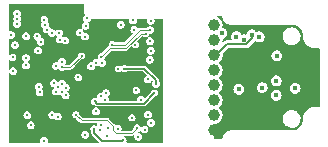
<source format=gbr>
%TF.GenerationSoftware,KiCad,Pcbnew,(7.0.0)*%
%TF.CreationDate,2023-07-05T17:24:14-07:00*%
%TF.ProjectId,Miniscope-v4-Wire-Free,4d696e69-7363-46f7-9065-2d76342d5769,rev?*%
%TF.SameCoordinates,Original*%
%TF.FileFunction,Copper,L2,Inr*%
%TF.FilePolarity,Positive*%
%FSLAX46Y46*%
G04 Gerber Fmt 4.6, Leading zero omitted, Abs format (unit mm)*
G04 Created by KiCad (PCBNEW (7.0.0)) date 2023-07-05 17:24:14*
%MOMM*%
%LPD*%
G01*
G04 APERTURE LIST*
%TA.AperFunction,ComponentPad*%
%ADD10C,1.000000*%
%TD*%
%TA.AperFunction,ViaPad*%
%ADD11C,0.304800*%
%TD*%
%TA.AperFunction,ViaPad*%
%ADD12C,0.400000*%
%TD*%
%TA.AperFunction,ViaPad*%
%ADD13C,0.254000*%
%TD*%
%TA.AperFunction,Conductor*%
%ADD14C,0.304800*%
%TD*%
%TA.AperFunction,Conductor*%
%ADD15C,0.152400*%
%TD*%
%TA.AperFunction,Conductor*%
%ADD16C,0.101600*%
%TD*%
G04 APERTURE END LIST*
D10*
%TO.N,+3V3*%
%TO.C,J21*%
X97000000Y-60055000D03*
%TD*%
%TO.N,/I2C_BB_SCL*%
%TO.C,J22*%
X97000000Y-61325000D03*
%TD*%
%TO.N,/IR_REC*%
%TO.C,J24*%
X97000000Y-63865000D03*
%TD*%
%TO.N,/I_LED*%
%TO.C,J25*%
X97000000Y-65135000D03*
%TD*%
%TO.N,+1V8*%
%TO.C,J26*%
X97000000Y-66405000D03*
%TD*%
%TO.N,/nON*%
%TO.C,J27*%
X97000000Y-67675000D03*
%TD*%
%TO.N,/I2C_BB_SDA*%
%TO.C,J23*%
X97000000Y-62595000D03*
%TD*%
%TO.N,GND*%
%TO.C,J12*%
X97000000Y-68945000D03*
%TD*%
D11*
%TO.N,Net-(U1-FB1)*%
X87808100Y-66367500D03*
%TO.N,Net-(U1-FB2)*%
X90857000Y-66367500D03*
%TO.N,Net-(D2-K)*%
X82191800Y-65254200D03*
%TO.N,Net-(U1-SW1)*%
X87945402Y-69462600D03*
%TO.N,Net-(U1-SW2)*%
X90614100Y-69513400D03*
%TO.N,Net-(U6B-VSW)*%
X91615200Y-61410790D03*
%TO.N,Net-(U1-PROG)*%
X87449600Y-68480000D03*
%TO.N,GND*%
X81051000Y-68497400D03*
X83349700Y-68357700D03*
X85474133Y-59612893D03*
X81114500Y-65779600D03*
X92060200Y-69335600D03*
D12*
X99140000Y-68270000D03*
X102200000Y-63590000D03*
D11*
X83957611Y-64010396D03*
D12*
X103820000Y-63550000D03*
X100980000Y-68300000D03*
D13*
X89850400Y-62299800D03*
D11*
X83210000Y-61537800D03*
D12*
X102210000Y-61070000D03*
X99819400Y-66125600D03*
D11*
X81571700Y-61131400D03*
D13*
X86672400Y-62754000D03*
D11*
X83556203Y-64504598D03*
D13*
X89698000Y-68853000D03*
D11*
X86446800Y-64941400D03*
X83932200Y-66033600D03*
D12*
X99370000Y-62120000D03*
X104410000Y-63580000D03*
D11*
X86131000Y-67544900D03*
X82625800Y-69275800D03*
X85032200Y-68810200D03*
D13*
X85049800Y-62858600D03*
D11*
X82090200Y-63476200D03*
X91615200Y-69707000D03*
X83946500Y-60170600D03*
D13*
X90907800Y-62840800D03*
D11*
X88417000Y-59963000D03*
X83819600Y-69551500D03*
X81889200Y-58464400D03*
X85722400Y-68835600D03*
X81127200Y-62274400D03*
D13*
X89129800Y-60915800D03*
D11*
X89318700Y-67316300D03*
X90282200Y-64535000D03*
X82079700Y-63988900D03*
%TO.N,/SD_DAT2*%
X79844500Y-60890100D03*
%TO.N,/SD_DAT3*%
X80187400Y-61741000D03*
%TO.N,/SD_DAT0*%
X82067000Y-61017100D03*
%TO.N,/SD_CMD*%
X79971500Y-62769700D03*
%TO.N,/SD_CLK*%
X81130607Y-61000993D03*
%TO.N,/SD_DAT1*%
X80352500Y-59937600D03*
D13*
%TO.N,/USB_VBUS*%
X91983500Y-65774900D03*
D11*
X86933200Y-66502800D03*
%TO.N,/SWCLK*%
X86154200Y-60123400D03*
%TO.N,/SWDIO*%
X86116600Y-61029800D03*
%TO.N,+1V8*%
X91676198Y-62223610D03*
D12*
X100860800Y-61045600D03*
D11*
X81508200Y-68522800D03*
X81114500Y-63447200D03*
X82706100Y-60017900D03*
X91676174Y-59683600D03*
X84465600Y-66006475D03*
X84160800Y-63595200D03*
X88021597Y-68785053D03*
X82143200Y-62210900D03*
D13*
X90374400Y-61697800D03*
X85828800Y-62641800D03*
D11*
X91145275Y-68904400D03*
D12*
X102350000Y-62640000D03*
D11*
X85664425Y-60683005D03*
X87920000Y-65805000D03*
D13*
X90374400Y-61697800D03*
D11*
%TO.N,/SPI1_MOSI*%
X83451300Y-64966800D03*
%TO.N,/SPI1_MISO*%
X83787717Y-65298375D03*
%TO.N,/SDMMC1_D0*%
X82884880Y-60430360D03*
%TO.N,/SDMMC1_D1*%
X83982160Y-61273640D03*
X82675813Y-59581213D03*
%TO.N,/SDMMC1_D3*%
X80365202Y-59074000D03*
X84454600Y-61359968D03*
%TO.N,/SDMMC1_CMD*%
X80377900Y-59505800D03*
%TO.N,/SDMMC1_CK*%
X82346400Y-61461600D03*
%TO.N,+3V3*%
X83946500Y-60720600D03*
X81216100Y-67684600D03*
D12*
X99133600Y-65490600D03*
D11*
X80035000Y-63950800D03*
X81114500Y-62833200D03*
X91424700Y-64644610D03*
D13*
X90434600Y-65576400D03*
X90079000Y-67913200D03*
D11*
X83792000Y-67802000D03*
X82259295Y-65741708D03*
X83311500Y-60720600D03*
D12*
X98930400Y-61020200D03*
D11*
X83652687Y-65681699D03*
D13*
X90434600Y-65576400D03*
X90079000Y-67913200D03*
D12*
%TO.N,/EWL_1*%
X102300000Y-65990000D03*
%TO.N,/EWL_2*%
X102299996Y-64770000D03*
D13*
%TO.N,/LED_PWM*%
X87472400Y-62746600D03*
D11*
X91245317Y-60771100D03*
%TO.N,VDC*%
X89307600Y-69800400D03*
X82625800Y-69830900D03*
X87043200Y-67349700D03*
D13*
X86861000Y-68843400D03*
D11*
%TO.N,/ENT*%
X90290855Y-60437692D03*
D13*
X88936000Y-63747600D03*
X88936000Y-63747600D03*
D11*
%TO.N,/VDD_PIX*%
X85546000Y-64489600D03*
X83627400Y-63519002D03*
%TO.N,/VDDA*%
X89129800Y-60025800D03*
%TO.N,/RESET_N*%
X84480000Y-65346075D03*
X86614267Y-63531700D03*
%TO.N,/TRIGGER0*%
X84165513Y-65676275D03*
X87550000Y-63250000D03*
%TO.N,/MONITOR0*%
X83330000Y-67690000D03*
%TO.N,/BAT+*%
X86125873Y-69346527D03*
D12*
%TO.N,/IR_REC*%
X101110000Y-65340000D03*
D11*
%TO.N,/XIN32*%
X91628400Y-60466300D03*
D13*
X88418600Y-61702200D03*
D11*
%TO.N,/XOUT32*%
X90167400Y-59640800D03*
%TO.N,/VDDCORE*%
X91589800Y-62993600D03*
%TO.N,/nRESET*%
X87437400Y-66084400D03*
%TO.N,/CLK1_OUT*%
X84150000Y-63150000D03*
X87058100Y-63224392D03*
%TO.N,/ADC0*%
X90536200Y-68776800D03*
D13*
X85340800Y-67650200D03*
D11*
%TO.N,/PCC_DATA7*%
X84175200Y-65002360D03*
D12*
%TO.N,/I2C_BB_SDA*%
X100238009Y-60867800D03*
%TO.N,/I2C_BB_SCL*%
X99565419Y-61285419D03*
D13*
%TO.N,/I_LED*%
X89443500Y-63730200D03*
D12*
X103900000Y-65410000D03*
D11*
X92123196Y-65025600D03*
%TO.N,/UART_RX*%
X91704600Y-68319600D03*
%TO.N,/UART_TX*%
X91441871Y-67629458D03*
%TO.N,/SD_DET*%
X86281200Y-59488402D03*
D12*
%TO.N,/nON*%
X97700000Y-60740000D03*
D11*
%TO.N,/nCHRG*%
X88872000Y-68810200D03*
X87398800Y-68962600D03*
%TD*%
D14*
%TO.N,GND*%
X99140000Y-68270000D02*
X97957400Y-68259200D01*
D15*
X89318700Y-68473700D02*
X89318700Y-67316300D01*
D14*
X97279010Y-68937590D02*
X97279010Y-68945000D01*
X97957400Y-68259200D02*
X97279010Y-68937590D01*
D15*
X89698000Y-68853000D02*
X89318700Y-68473700D01*
%TO.N,/USB_VBUS*%
X91060699Y-66697701D02*
X87128101Y-66697701D01*
X87128101Y-66697701D02*
X86933200Y-66502800D01*
X91983500Y-65774900D02*
X91060699Y-66697701D01*
D16*
%TO.N,+1V8*%
X84850000Y-63620600D02*
X84186200Y-63620600D01*
X85828800Y-62641800D02*
X84850000Y-63620600D01*
X84186200Y-63620600D02*
X84160800Y-63595200D01*
%TO.N,/LED_PWM*%
X88216000Y-62003000D02*
X87472400Y-62746600D01*
X89595900Y-62003000D02*
X88216000Y-62003000D01*
X90827800Y-60771100D02*
X89595900Y-62003000D01*
X91245317Y-60771100D02*
X90827800Y-60771100D01*
D15*
%TO.N,VDC*%
X89256400Y-69851600D02*
X87525800Y-69851600D01*
X86861000Y-69186800D02*
X86861000Y-68843400D01*
X89307600Y-69800400D02*
X89256400Y-69851600D01*
X87525800Y-69851600D02*
X86861000Y-69186800D01*
D16*
%TO.N,/XIN32*%
X89490300Y-61702200D02*
X88418600Y-61702200D01*
X91628400Y-60466300D02*
X90726200Y-60466300D01*
X90726200Y-60466300D02*
X89490300Y-61702200D01*
%TO.N,/ADC0*%
X88758200Y-69208600D02*
X90104400Y-69208600D01*
X87983000Y-68124400D02*
X88478800Y-68620200D01*
X88478800Y-68929200D02*
X88758200Y-69208600D01*
X90104400Y-69208600D02*
X90536200Y-68776800D01*
X88478800Y-68620200D02*
X88478800Y-68929200D01*
X85815000Y-68124400D02*
X87983000Y-68124400D01*
X85340800Y-67650200D02*
X85815000Y-68124400D01*
D15*
%TO.N,/I2C_BB_SDA*%
X97202810Y-62595000D02*
X98122221Y-61675589D01*
X100238009Y-61172325D02*
X100238009Y-60867800D01*
X99734745Y-61675589D02*
X100238009Y-61172325D01*
X98122221Y-61675589D02*
X99734745Y-61675589D01*
%TO.N,/I_LED*%
X89443500Y-63730200D02*
X91119900Y-63730200D01*
X92123196Y-64733496D02*
X92123196Y-65025600D01*
X91119900Y-63730200D02*
X92123196Y-64733496D01*
%TD*%
%TA.AperFunction,Conductor*%
%TO.N,GND*%
G36*
X85985414Y-58264586D02*
G01*
X86000000Y-58299800D01*
X86000000Y-59000000D01*
X86007004Y-59007004D01*
X86124372Y-59124372D01*
X86138201Y-59150937D01*
X86134294Y-59180629D01*
X86115633Y-59200996D01*
X86115330Y-59201107D01*
X86112000Y-59203900D01*
X86111995Y-59203904D01*
X86030406Y-59272365D01*
X86030401Y-59272369D01*
X86027072Y-59275164D01*
X86024896Y-59278932D01*
X86024895Y-59278934D01*
X85971645Y-59371165D01*
X85971644Y-59371167D01*
X85969466Y-59374940D01*
X85968709Y-59379230D01*
X85968709Y-59379232D01*
X85953767Y-59463976D01*
X85949460Y-59488402D01*
X85969466Y-59601864D01*
X86027072Y-59701640D01*
X86030404Y-59704436D01*
X86030406Y-59704438D01*
X86061043Y-59730145D01*
X86078075Y-59759646D01*
X86072160Y-59793194D01*
X86046065Y-59815091D01*
X85992424Y-59834614D01*
X85992419Y-59834616D01*
X85988330Y-59836105D01*
X85984993Y-59838904D01*
X85984991Y-59838906D01*
X85903406Y-59907363D01*
X85903401Y-59907367D01*
X85900072Y-59910162D01*
X85897896Y-59913930D01*
X85897895Y-59913932D01*
X85844645Y-60006163D01*
X85844644Y-60006165D01*
X85842466Y-60009938D01*
X85822460Y-60123400D01*
X85842466Y-60236862D01*
X85844645Y-60240636D01*
X85893946Y-60326028D01*
X85900192Y-60357428D01*
X85886032Y-60386142D01*
X85857318Y-60400302D01*
X85830560Y-60394979D01*
X85830295Y-60395710D01*
X85726126Y-60357795D01*
X85726123Y-60357794D01*
X85722031Y-60356305D01*
X85606819Y-60356305D01*
X85602727Y-60357794D01*
X85602723Y-60357795D01*
X85502649Y-60394219D01*
X85502644Y-60394221D01*
X85498555Y-60395710D01*
X85495218Y-60398509D01*
X85495216Y-60398511D01*
X85413631Y-60466968D01*
X85413626Y-60466972D01*
X85410297Y-60469767D01*
X85408121Y-60473535D01*
X85408120Y-60473537D01*
X85354870Y-60565768D01*
X85354869Y-60565770D01*
X85352691Y-60569543D01*
X85332685Y-60683005D01*
X85352691Y-60796467D01*
X85410297Y-60896243D01*
X85413629Y-60899039D01*
X85413631Y-60899041D01*
X85414611Y-60899863D01*
X85498555Y-60970300D01*
X85606819Y-61009705D01*
X85717670Y-61009705D01*
X85722031Y-61009705D01*
X85726132Y-61008211D01*
X85730350Y-61007468D01*
X85756032Y-61009713D01*
X85777150Y-61024499D01*
X85788045Y-61047864D01*
X85804108Y-61138968D01*
X85804109Y-61138972D01*
X85804866Y-61143262D01*
X85862472Y-61243038D01*
X85865804Y-61245834D01*
X85865806Y-61245836D01*
X85893826Y-61269347D01*
X85950730Y-61317095D01*
X86058994Y-61356500D01*
X86169847Y-61356500D01*
X86174206Y-61356500D01*
X86282470Y-61317095D01*
X86370728Y-61243038D01*
X86428334Y-61143262D01*
X86448340Y-61029800D01*
X86428334Y-60916338D01*
X86370728Y-60816562D01*
X86367394Y-60813765D01*
X86367393Y-60813763D01*
X86285808Y-60745306D01*
X86282470Y-60742505D01*
X86278377Y-60741015D01*
X86278375Y-60741014D01*
X86178301Y-60704590D01*
X86178298Y-60704589D01*
X86174206Y-60703100D01*
X86058994Y-60703100D01*
X86054900Y-60704589D01*
X86050668Y-60705336D01*
X86013457Y-60697085D01*
X85992980Y-60664942D01*
X85976159Y-60569543D01*
X85924677Y-60480375D01*
X85918432Y-60448975D01*
X85932594Y-60420260D01*
X85961309Y-60406102D01*
X85988064Y-60411425D01*
X85988330Y-60410695D01*
X86096594Y-60450100D01*
X86207447Y-60450100D01*
X86211806Y-60450100D01*
X86320070Y-60410695D01*
X86408328Y-60336638D01*
X86465934Y-60236862D01*
X86485940Y-60123400D01*
X86468731Y-60025800D01*
X88798060Y-60025800D01*
X88818066Y-60139262D01*
X88875672Y-60239038D01*
X88879004Y-60241834D01*
X88879006Y-60241836D01*
X88899823Y-60259303D01*
X88963930Y-60313095D01*
X89072194Y-60352500D01*
X89183047Y-60352500D01*
X89187406Y-60352500D01*
X89295670Y-60313095D01*
X89383928Y-60239038D01*
X89441534Y-60139262D01*
X89461540Y-60025800D01*
X89441534Y-59912338D01*
X89383928Y-59812562D01*
X89380594Y-59809765D01*
X89380593Y-59809763D01*
X89299008Y-59741306D01*
X89295670Y-59738505D01*
X89291577Y-59737015D01*
X89291575Y-59737014D01*
X89191501Y-59700590D01*
X89191498Y-59700589D01*
X89187406Y-59699100D01*
X89072194Y-59699100D01*
X89068102Y-59700589D01*
X89068098Y-59700590D01*
X88968024Y-59737014D01*
X88968019Y-59737016D01*
X88963930Y-59738505D01*
X88960593Y-59741304D01*
X88960591Y-59741306D01*
X88879006Y-59809763D01*
X88879001Y-59809767D01*
X88875672Y-59812562D01*
X88873496Y-59816330D01*
X88873495Y-59816332D01*
X88820245Y-59908563D01*
X88820244Y-59908565D01*
X88818066Y-59912338D01*
X88817309Y-59916628D01*
X88817309Y-59916630D01*
X88808340Y-59967500D01*
X88798060Y-60025800D01*
X86468731Y-60025800D01*
X86465934Y-60009938D01*
X86408328Y-59910162D01*
X86404994Y-59907365D01*
X86404993Y-59907363D01*
X86374356Y-59881656D01*
X86357324Y-59852154D01*
X86363239Y-59818606D01*
X86389333Y-59796711D01*
X86447070Y-59775697D01*
X86535328Y-59701640D01*
X86592934Y-59601864D01*
X86603638Y-59541152D01*
X86620671Y-59511651D01*
X86652682Y-59500000D01*
X89801138Y-59500000D01*
X89828504Y-59508193D01*
X89846865Y-59530075D01*
X89850180Y-59558446D01*
X89835660Y-59640800D01*
X89836417Y-59645093D01*
X89849412Y-59718796D01*
X89855666Y-59754262D01*
X89913272Y-59854038D01*
X89916604Y-59856834D01*
X89916606Y-59856836D01*
X89946186Y-59881656D01*
X90001530Y-59928095D01*
X90109794Y-59967500D01*
X90220647Y-59967500D01*
X90225006Y-59967500D01*
X90333270Y-59928095D01*
X90421528Y-59854038D01*
X90479134Y-59754262D01*
X90499140Y-59640800D01*
X90484619Y-59558446D01*
X90487935Y-59530075D01*
X90506296Y-59508193D01*
X90533662Y-59500000D01*
X91319652Y-59500000D01*
X91349391Y-59509854D01*
X91367360Y-59535518D01*
X91366453Y-59566650D01*
X91364440Y-59570138D01*
X91363684Y-59574423D01*
X91363683Y-59574427D01*
X91346213Y-59673506D01*
X91344434Y-59683600D01*
X91364440Y-59797062D01*
X91422046Y-59896838D01*
X91425378Y-59899634D01*
X91425380Y-59899636D01*
X91426604Y-59900663D01*
X91510304Y-59970895D01*
X91618568Y-60010300D01*
X91729421Y-60010300D01*
X91733780Y-60010300D01*
X91842044Y-59970895D01*
X91930302Y-59896838D01*
X91987908Y-59797062D01*
X92007914Y-59683600D01*
X91987908Y-59570138D01*
X91985894Y-59566650D01*
X91984988Y-59535518D01*
X92002957Y-59509854D01*
X92032696Y-59500000D01*
X92700200Y-59500000D01*
X92735414Y-59514586D01*
X92750000Y-59549800D01*
X92750000Y-69950200D01*
X92735414Y-69985414D01*
X92700200Y-70000000D01*
X89655858Y-70000000D01*
X89623847Y-69988349D01*
X89606814Y-69958847D01*
X89612729Y-69925301D01*
X89619334Y-69913862D01*
X89639340Y-69800400D01*
X89619334Y-69686938D01*
X89561728Y-69587162D01*
X89558394Y-69584365D01*
X89558393Y-69584363D01*
X89476808Y-69515906D01*
X89473470Y-69513105D01*
X89469377Y-69511615D01*
X89469375Y-69511614D01*
X89461909Y-69508897D01*
X89435814Y-69487000D01*
X89429899Y-69453452D01*
X89446931Y-69423951D01*
X89478942Y-69412300D01*
X90061329Y-69412300D01*
X90070129Y-69413795D01*
X90070135Y-69413743D01*
X90075706Y-69414370D01*
X90081006Y-69416225D01*
X90113063Y-69412613D01*
X90118640Y-69412300D01*
X90124556Y-69412300D01*
X90127354Y-69412300D01*
X90135859Y-69410358D01*
X90141347Y-69409425D01*
X90173409Y-69405814D01*
X90178161Y-69402827D01*
X90183456Y-69400975D01*
X90183473Y-69401026D01*
X90184549Y-69400580D01*
X90184527Y-69400533D01*
X90189586Y-69398096D01*
X90195055Y-69396848D01*
X90217596Y-69378870D01*
X90245233Y-69368121D01*
X90274081Y-69374989D01*
X90293911Y-69397038D01*
X90297691Y-69426451D01*
X90282360Y-69513400D01*
X90302366Y-69626862D01*
X90359972Y-69726638D01*
X90363304Y-69729434D01*
X90363306Y-69729436D01*
X90415370Y-69773122D01*
X90448230Y-69800695D01*
X90556494Y-69840100D01*
X90667347Y-69840100D01*
X90671706Y-69840100D01*
X90779970Y-69800695D01*
X90868228Y-69726638D01*
X90925834Y-69626862D01*
X90945840Y-69513400D01*
X90925834Y-69399938D01*
X90868228Y-69300162D01*
X90864894Y-69297365D01*
X90864893Y-69297363D01*
X90783308Y-69228906D01*
X90779970Y-69226105D01*
X90775877Y-69224615D01*
X90775875Y-69224614D01*
X90675801Y-69188190D01*
X90675798Y-69188189D01*
X90671706Y-69186700D01*
X90647647Y-69186700D01*
X90615636Y-69175049D01*
X90598604Y-69145548D01*
X90604519Y-69112000D01*
X90630614Y-69090103D01*
X90658822Y-69079836D01*
X90702070Y-69064095D01*
X90763155Y-69012838D01*
X90789381Y-69001526D01*
X90817513Y-69006486D01*
X90838290Y-69026088D01*
X90891147Y-69117638D01*
X90894479Y-69120434D01*
X90894481Y-69120436D01*
X90906463Y-69130490D01*
X90979405Y-69191695D01*
X91087669Y-69231100D01*
X91198522Y-69231100D01*
X91202881Y-69231100D01*
X91311145Y-69191695D01*
X91399403Y-69117638D01*
X91457009Y-69017862D01*
X91477015Y-68904400D01*
X91457009Y-68790938D01*
X91399403Y-68691162D01*
X91396069Y-68688365D01*
X91396068Y-68688363D01*
X91314483Y-68619906D01*
X91311145Y-68617105D01*
X91307052Y-68615615D01*
X91307050Y-68615614D01*
X91206976Y-68579190D01*
X91206973Y-68579189D01*
X91202881Y-68577700D01*
X91087669Y-68577700D01*
X91083577Y-68579189D01*
X91083573Y-68579190D01*
X90983499Y-68615614D01*
X90983494Y-68615616D01*
X90979405Y-68617105D01*
X90976068Y-68619904D01*
X90976066Y-68619906D01*
X90918322Y-68668359D01*
X90892092Y-68679673D01*
X90863961Y-68674713D01*
X90843184Y-68655111D01*
X90790328Y-68563562D01*
X90786994Y-68560765D01*
X90786993Y-68560763D01*
X90705408Y-68492306D01*
X90702070Y-68489505D01*
X90697977Y-68488015D01*
X90697975Y-68488014D01*
X90597901Y-68451590D01*
X90597898Y-68451589D01*
X90593806Y-68450100D01*
X90478594Y-68450100D01*
X90474502Y-68451589D01*
X90474498Y-68451590D01*
X90374424Y-68488014D01*
X90374419Y-68488016D01*
X90370330Y-68489505D01*
X90366993Y-68492304D01*
X90366991Y-68492306D01*
X90285406Y-68560763D01*
X90285401Y-68560767D01*
X90282072Y-68563562D01*
X90279896Y-68567330D01*
X90279895Y-68567332D01*
X90226645Y-68659563D01*
X90226644Y-68659565D01*
X90224466Y-68663338D01*
X90223709Y-68667628D01*
X90223709Y-68667630D01*
X90219560Y-68691162D01*
X90204460Y-68776800D01*
X90205217Y-68781093D01*
X90205217Y-68781094D01*
X90206503Y-68788388D01*
X90204955Y-68812010D01*
X90192674Y-68832249D01*
X90034610Y-68990314D01*
X90018454Y-69001109D01*
X89999396Y-69004900D01*
X89223087Y-69004900D01*
X89191076Y-68993249D01*
X89174043Y-68963747D01*
X89179960Y-68930199D01*
X89181554Y-68927437D01*
X89183734Y-68923662D01*
X89203740Y-68810200D01*
X89183734Y-68696738D01*
X89126128Y-68596962D01*
X89122794Y-68594165D01*
X89122793Y-68594163D01*
X89041208Y-68525706D01*
X89037870Y-68522905D01*
X89033777Y-68521415D01*
X89033775Y-68521414D01*
X88933701Y-68484990D01*
X88933698Y-68484989D01*
X88929606Y-68483500D01*
X88814394Y-68483500D01*
X88810302Y-68484989D01*
X88810298Y-68484990D01*
X88706130Y-68522905D01*
X88705426Y-68520971D01*
X88679152Y-68525417D01*
X88649496Y-68507536D01*
X88646931Y-68504319D01*
X88643705Y-68499772D01*
X88639069Y-68492393D01*
X88632901Y-68486225D01*
X88629181Y-68482062D01*
X88612569Y-68461231D01*
X88612568Y-68461230D01*
X88609071Y-68456845D01*
X88604016Y-68454410D01*
X88599629Y-68450912D01*
X88599661Y-68450871D01*
X88592382Y-68445706D01*
X88157494Y-68010818D01*
X88152330Y-68003539D01*
X88152289Y-68003572D01*
X88148788Y-67999182D01*
X88146355Y-67994129D01*
X88141968Y-67990631D01*
X88141968Y-67990630D01*
X88121136Y-67974017D01*
X88116972Y-67970296D01*
X88112783Y-67966107D01*
X88110807Y-67964131D01*
X88108441Y-67962644D01*
X88108438Y-67962642D01*
X88103420Y-67959489D01*
X88098867Y-67956258D01*
X88078041Y-67939649D01*
X88078038Y-67939647D01*
X88073655Y-67936152D01*
X88068187Y-67934903D01*
X88063130Y-67932468D01*
X88063151Y-67932422D01*
X88062071Y-67931974D01*
X88062054Y-67932024D01*
X88056761Y-67930172D01*
X88052009Y-67927186D01*
X88046432Y-67926557D01*
X88046431Y-67926557D01*
X88019955Y-67923574D01*
X88014452Y-67922639D01*
X88008680Y-67921321D01*
X88008670Y-67921319D01*
X88005954Y-67920700D01*
X88003159Y-67920700D01*
X87997240Y-67920700D01*
X87991664Y-67920387D01*
X87965183Y-67917403D01*
X87965181Y-67917403D01*
X87959606Y-67916775D01*
X87954308Y-67918628D01*
X87948735Y-67919257D01*
X87948729Y-67919204D01*
X87939929Y-67920700D01*
X85920004Y-67920700D01*
X85901897Y-67913200D01*
X89773052Y-67913200D01*
X89791503Y-68017840D01*
X89844630Y-68109860D01*
X89847962Y-68112656D01*
X89847964Y-68112658D01*
X89909263Y-68164093D01*
X89926026Y-68178159D01*
X89930117Y-68179648D01*
X89930119Y-68179649D01*
X89975319Y-68196100D01*
X90025873Y-68214500D01*
X90127768Y-68214500D01*
X90132127Y-68214500D01*
X90231974Y-68178159D01*
X90313370Y-68109860D01*
X90366497Y-68017840D01*
X90384948Y-67913200D01*
X90366497Y-67808560D01*
X90313370Y-67716540D01*
X90310036Y-67713743D01*
X90310035Y-67713741D01*
X90235311Y-67651041D01*
X90235310Y-67651040D01*
X90231974Y-67648241D01*
X90227884Y-67646752D01*
X90227880Y-67646750D01*
X90180370Y-67629458D01*
X91110131Y-67629458D01*
X91130137Y-67742920D01*
X91187743Y-67842696D01*
X91191075Y-67845492D01*
X91191077Y-67845494D01*
X91192705Y-67846860D01*
X91276001Y-67916753D01*
X91384265Y-67956158D01*
X91388624Y-67956158D01*
X91492654Y-67956158D01*
X91521218Y-67965164D01*
X91539451Y-67988925D01*
X91540757Y-68018847D01*
X91524665Y-68044107D01*
X91453806Y-68103563D01*
X91453801Y-68103567D01*
X91450472Y-68106362D01*
X91448296Y-68110130D01*
X91448295Y-68110132D01*
X91395045Y-68202363D01*
X91395044Y-68202365D01*
X91392866Y-68206138D01*
X91392109Y-68210428D01*
X91392109Y-68210430D01*
X91379368Y-68282689D01*
X91372860Y-68319600D01*
X91392866Y-68433062D01*
X91450472Y-68532838D01*
X91453804Y-68535634D01*
X91453806Y-68535636D01*
X91491580Y-68567332D01*
X91538730Y-68606895D01*
X91646994Y-68646300D01*
X91757847Y-68646300D01*
X91762206Y-68646300D01*
X91870470Y-68606895D01*
X91958728Y-68532838D01*
X92016334Y-68433062D01*
X92036340Y-68319600D01*
X92016334Y-68206138D01*
X91958728Y-68106362D01*
X91955394Y-68103565D01*
X91955393Y-68103563D01*
X91873808Y-68035106D01*
X91870470Y-68032305D01*
X91866377Y-68030815D01*
X91866375Y-68030814D01*
X91766301Y-67994390D01*
X91766298Y-67994389D01*
X91762206Y-67992900D01*
X91653817Y-67992900D01*
X91625253Y-67983894D01*
X91607020Y-67960133D01*
X91605714Y-67930211D01*
X91621806Y-67904951D01*
X91695999Y-67842696D01*
X91753605Y-67742920D01*
X91773611Y-67629458D01*
X91753605Y-67515996D01*
X91695999Y-67416220D01*
X91692665Y-67413423D01*
X91692664Y-67413421D01*
X91611079Y-67344964D01*
X91607741Y-67342163D01*
X91603648Y-67340673D01*
X91603646Y-67340672D01*
X91503572Y-67304248D01*
X91503569Y-67304247D01*
X91499477Y-67302758D01*
X91384265Y-67302758D01*
X91380173Y-67304247D01*
X91380169Y-67304248D01*
X91280095Y-67340672D01*
X91280090Y-67340674D01*
X91276001Y-67342163D01*
X91272664Y-67344962D01*
X91272662Y-67344964D01*
X91191077Y-67413421D01*
X91191072Y-67413425D01*
X91187743Y-67416220D01*
X91185567Y-67419988D01*
X91185566Y-67419990D01*
X91132316Y-67512221D01*
X91132315Y-67512223D01*
X91130137Y-67515996D01*
X91110131Y-67629458D01*
X90180370Y-67629458D01*
X90136222Y-67613390D01*
X90136219Y-67613389D01*
X90132127Y-67611900D01*
X90025873Y-67611900D01*
X90021781Y-67613389D01*
X90021777Y-67613390D01*
X89930119Y-67646750D01*
X89930112Y-67646753D01*
X89926026Y-67648241D01*
X89922691Y-67651039D01*
X89922688Y-67651041D01*
X89847964Y-67713741D01*
X89847959Y-67713745D01*
X89844630Y-67716540D01*
X89842454Y-67720308D01*
X89842453Y-67720310D01*
X89796925Y-67799169D01*
X89791503Y-67808560D01*
X89790746Y-67812850D01*
X89790746Y-67812852D01*
X89784990Y-67845494D01*
X89773052Y-67913200D01*
X85901897Y-67913200D01*
X85884790Y-67906114D01*
X85660577Y-67681901D01*
X85647398Y-67650085D01*
X85646748Y-67650200D01*
X85628297Y-67545560D01*
X85575170Y-67453540D01*
X85571836Y-67450743D01*
X85571835Y-67450741D01*
X85497111Y-67388041D01*
X85497110Y-67388040D01*
X85493774Y-67385241D01*
X85489684Y-67383752D01*
X85489680Y-67383750D01*
X85398022Y-67350390D01*
X85398019Y-67350389D01*
X85396126Y-67349700D01*
X86711460Y-67349700D01*
X86712217Y-67353993D01*
X86722695Y-67413421D01*
X86731466Y-67463162D01*
X86789072Y-67562938D01*
X86792404Y-67565734D01*
X86792406Y-67565736D01*
X86810395Y-67580830D01*
X86877330Y-67636995D01*
X86985594Y-67676400D01*
X87096447Y-67676400D01*
X87100806Y-67676400D01*
X87209070Y-67636995D01*
X87297328Y-67562938D01*
X87354934Y-67463162D01*
X87374940Y-67349700D01*
X87354934Y-67236238D01*
X87297328Y-67136462D01*
X87293994Y-67133665D01*
X87293993Y-67133663D01*
X87212408Y-67065206D01*
X87209070Y-67062405D01*
X87204977Y-67060915D01*
X87204975Y-67060914D01*
X87111744Y-67026981D01*
X87093815Y-67011326D01*
X87063405Y-67023000D01*
X86985594Y-67023000D01*
X86981502Y-67024489D01*
X86981498Y-67024490D01*
X86881424Y-67060914D01*
X86881419Y-67060916D01*
X86877330Y-67062405D01*
X86873993Y-67065204D01*
X86873991Y-67065206D01*
X86792406Y-67133663D01*
X86792401Y-67133667D01*
X86789072Y-67136462D01*
X86786896Y-67140230D01*
X86786895Y-67140232D01*
X86733645Y-67232463D01*
X86733644Y-67232465D01*
X86731466Y-67236238D01*
X86711460Y-67349700D01*
X85396126Y-67349700D01*
X85393927Y-67348900D01*
X85287673Y-67348900D01*
X85283581Y-67350389D01*
X85283577Y-67350390D01*
X85191919Y-67383750D01*
X85191912Y-67383753D01*
X85187826Y-67385241D01*
X85184491Y-67388039D01*
X85184488Y-67388041D01*
X85109764Y-67450741D01*
X85109759Y-67450745D01*
X85106430Y-67453540D01*
X85104254Y-67457308D01*
X85104253Y-67457310D01*
X85064559Y-67526064D01*
X85053303Y-67545560D01*
X85052546Y-67549850D01*
X85052546Y-67549852D01*
X85041605Y-67611900D01*
X85034852Y-67650200D01*
X85053303Y-67754840D01*
X85106430Y-67846860D01*
X85109762Y-67849656D01*
X85109764Y-67849658D01*
X85169125Y-67899467D01*
X85187826Y-67915159D01*
X85191917Y-67916648D01*
X85191919Y-67916649D01*
X85238237Y-67933507D01*
X85287673Y-67951500D01*
X85333396Y-67951500D01*
X85368610Y-67966086D01*
X85640506Y-68237982D01*
X85645671Y-68245261D01*
X85645712Y-68245229D01*
X85649210Y-68249616D01*
X85651645Y-68254671D01*
X85656030Y-68258168D01*
X85656031Y-68258169D01*
X85676862Y-68274781D01*
X85681026Y-68278502D01*
X85687193Y-68284669D01*
X85694572Y-68289305D01*
X85699122Y-68292532D01*
X85724345Y-68312648D01*
X85729816Y-68313896D01*
X85734869Y-68316330D01*
X85734846Y-68316377D01*
X85735925Y-68316824D01*
X85735943Y-68316776D01*
X85741240Y-68318629D01*
X85745991Y-68321614D01*
X85778054Y-68325226D01*
X85783543Y-68326159D01*
X85792046Y-68328100D01*
X85800760Y-68328100D01*
X85806336Y-68328413D01*
X85838394Y-68332025D01*
X85843693Y-68330170D01*
X85849265Y-68329543D01*
X85849270Y-68329595D01*
X85858071Y-68328100D01*
X87085295Y-68328100D01*
X87112661Y-68336293D01*
X87131022Y-68358175D01*
X87134337Y-68386547D01*
X87117860Y-68480000D01*
X87132100Y-68560763D01*
X87132512Y-68563097D01*
X87128602Y-68592791D01*
X87108368Y-68614872D01*
X87079127Y-68621354D01*
X87051457Y-68609893D01*
X87040539Y-68600732D01*
X87013974Y-68578441D01*
X87009884Y-68576952D01*
X87009880Y-68576950D01*
X86918222Y-68543590D01*
X86918219Y-68543589D01*
X86914127Y-68542100D01*
X86807873Y-68542100D01*
X86803781Y-68543589D01*
X86803777Y-68543590D01*
X86712119Y-68576950D01*
X86712112Y-68576953D01*
X86708026Y-68578441D01*
X86704691Y-68581239D01*
X86704688Y-68581241D01*
X86629964Y-68643941D01*
X86629959Y-68643945D01*
X86626630Y-68646740D01*
X86624454Y-68650508D01*
X86624453Y-68650510D01*
X86577252Y-68732267D01*
X86573503Y-68738760D01*
X86572746Y-68743050D01*
X86572746Y-68743052D01*
X86563546Y-68795230D01*
X86555052Y-68843400D01*
X86573503Y-68948040D01*
X86575682Y-68951814D01*
X86625228Y-69037632D01*
X86631900Y-69062532D01*
X86631900Y-69179503D01*
X86631832Y-69182109D01*
X86629939Y-69218213D01*
X86629939Y-69218217D01*
X86629666Y-69223439D01*
X86638542Y-69246563D01*
X86639250Y-69248407D01*
X86641469Y-69255899D01*
X86645942Y-69276945D01*
X86645943Y-69276947D01*
X86647031Y-69282065D01*
X86650106Y-69286297D01*
X86650108Y-69286302D01*
X86654072Y-69291758D01*
X86660273Y-69303178D01*
X86662691Y-69309477D01*
X86662693Y-69309480D01*
X86664568Y-69314364D01*
X86668268Y-69318064D01*
X86683481Y-69333277D01*
X86688556Y-69339219D01*
X86704278Y-69360858D01*
X86714652Y-69366847D01*
X86724964Y-69374760D01*
X87265190Y-69914986D01*
X87279776Y-69950200D01*
X87265190Y-69985414D01*
X87229976Y-70000000D01*
X82987072Y-70000000D01*
X82959706Y-69991807D01*
X82941345Y-69969925D01*
X82938029Y-69941552D01*
X82942714Y-69914986D01*
X82957540Y-69830900D01*
X82937534Y-69717438D01*
X82879928Y-69617662D01*
X82876594Y-69614865D01*
X82876593Y-69614863D01*
X82795008Y-69546406D01*
X82791670Y-69543605D01*
X82787577Y-69542115D01*
X82787575Y-69542114D01*
X82687501Y-69505690D01*
X82687498Y-69505689D01*
X82683406Y-69504200D01*
X82568194Y-69504200D01*
X82564102Y-69505689D01*
X82564098Y-69505690D01*
X82464024Y-69542114D01*
X82464019Y-69542116D01*
X82459930Y-69543605D01*
X82456593Y-69546404D01*
X82456591Y-69546406D01*
X82375006Y-69614863D01*
X82375001Y-69614867D01*
X82371672Y-69617662D01*
X82369496Y-69621430D01*
X82369495Y-69621432D01*
X82316245Y-69713663D01*
X82316244Y-69713665D01*
X82314066Y-69717438D01*
X82294060Y-69830900D01*
X82308886Y-69914986D01*
X82313571Y-69941552D01*
X82310255Y-69969925D01*
X82291894Y-69991807D01*
X82264528Y-70000000D01*
X79699800Y-70000000D01*
X79664586Y-69985414D01*
X79650000Y-69950200D01*
X79650000Y-69346527D01*
X85794133Y-69346527D01*
X85799111Y-69374760D01*
X85805785Y-69412613D01*
X85814139Y-69459989D01*
X85871745Y-69559765D01*
X85875077Y-69562561D01*
X85875079Y-69562563D01*
X85908892Y-69590935D01*
X85960003Y-69633822D01*
X86068267Y-69673227D01*
X86179120Y-69673227D01*
X86183479Y-69673227D01*
X86291743Y-69633822D01*
X86380001Y-69559765D01*
X86437607Y-69459989D01*
X86457613Y-69346527D01*
X86437607Y-69233065D01*
X86380001Y-69133289D01*
X86376667Y-69130492D01*
X86376666Y-69130490D01*
X86298795Y-69065149D01*
X86291743Y-69059232D01*
X86287650Y-69057742D01*
X86287648Y-69057741D01*
X86187574Y-69021317D01*
X86187571Y-69021316D01*
X86183479Y-69019827D01*
X86068267Y-69019827D01*
X86064175Y-69021316D01*
X86064171Y-69021317D01*
X85964097Y-69057741D01*
X85964092Y-69057743D01*
X85960003Y-69059232D01*
X85956666Y-69062031D01*
X85956664Y-69062033D01*
X85875079Y-69130490D01*
X85875074Y-69130494D01*
X85871745Y-69133289D01*
X85869569Y-69137057D01*
X85869568Y-69137059D01*
X85816318Y-69229290D01*
X85816317Y-69229292D01*
X85814139Y-69233065D01*
X85813382Y-69237355D01*
X85813382Y-69237357D01*
X85810113Y-69255899D01*
X85794133Y-69346527D01*
X79650000Y-69346527D01*
X79650000Y-68522800D01*
X81176460Y-68522800D01*
X81196466Y-68636262D01*
X81254072Y-68736038D01*
X81257404Y-68738834D01*
X81257406Y-68738836D01*
X81269951Y-68749362D01*
X81342330Y-68810095D01*
X81450594Y-68849500D01*
X81561447Y-68849500D01*
X81565806Y-68849500D01*
X81674070Y-68810095D01*
X81762328Y-68736038D01*
X81819934Y-68636262D01*
X81839940Y-68522800D01*
X81819934Y-68409338D01*
X81762328Y-68309562D01*
X81758994Y-68306765D01*
X81758993Y-68306763D01*
X81677408Y-68238306D01*
X81674070Y-68235505D01*
X81669977Y-68234015D01*
X81669975Y-68234014D01*
X81569901Y-68197590D01*
X81569898Y-68197589D01*
X81565806Y-68196100D01*
X81450594Y-68196100D01*
X81446502Y-68197589D01*
X81446498Y-68197590D01*
X81346424Y-68234014D01*
X81346419Y-68234016D01*
X81342330Y-68235505D01*
X81338993Y-68238304D01*
X81338991Y-68238306D01*
X81257406Y-68306763D01*
X81257401Y-68306767D01*
X81254072Y-68309562D01*
X81251896Y-68313330D01*
X81251895Y-68313332D01*
X81198645Y-68405563D01*
X81198644Y-68405565D01*
X81196466Y-68409338D01*
X81195709Y-68413628D01*
X81195709Y-68413630D01*
X81183257Y-68484250D01*
X81176460Y-68522800D01*
X79650000Y-68522800D01*
X79650000Y-67684600D01*
X80884360Y-67684600D01*
X80904366Y-67798062D01*
X80961972Y-67897838D01*
X80965304Y-67900634D01*
X80965306Y-67900636D01*
X81004481Y-67933507D01*
X81050230Y-67971895D01*
X81158494Y-68011300D01*
X81269347Y-68011300D01*
X81273706Y-68011300D01*
X81381970Y-67971895D01*
X81470228Y-67897838D01*
X81527834Y-67798062D01*
X81546888Y-67690000D01*
X82998260Y-67690000D01*
X83018266Y-67803462D01*
X83075872Y-67903238D01*
X83079204Y-67906034D01*
X83079206Y-67906036D01*
X83119265Y-67939649D01*
X83164130Y-67977295D01*
X83272394Y-68016700D01*
X83383247Y-68016700D01*
X83387606Y-68016700D01*
X83473209Y-67985543D01*
X83507272Y-67985543D01*
X83533367Y-68007437D01*
X83535692Y-68011464D01*
X83535695Y-68011467D01*
X83537872Y-68015238D01*
X83541204Y-68018034D01*
X83541206Y-68018036D01*
X83561550Y-68035106D01*
X83626130Y-68089295D01*
X83734394Y-68128700D01*
X83845247Y-68128700D01*
X83849606Y-68128700D01*
X83957870Y-68089295D01*
X84046128Y-68015238D01*
X84103734Y-67915462D01*
X84123740Y-67802000D01*
X84103734Y-67688538D01*
X84046128Y-67588762D01*
X84042794Y-67585965D01*
X84042793Y-67585963D01*
X83961208Y-67517506D01*
X83957870Y-67514705D01*
X83953777Y-67513215D01*
X83953775Y-67513214D01*
X83853701Y-67476790D01*
X83853698Y-67476789D01*
X83849606Y-67475300D01*
X83734394Y-67475300D01*
X83730302Y-67476789D01*
X83730298Y-67476790D01*
X83648791Y-67506457D01*
X83614725Y-67506457D01*
X83588630Y-67484559D01*
X83586306Y-67480534D01*
X83586305Y-67480532D01*
X83584128Y-67476762D01*
X83580794Y-67473965D01*
X83580793Y-67473963D01*
X83499208Y-67405506D01*
X83495870Y-67402705D01*
X83491777Y-67401215D01*
X83491775Y-67401214D01*
X83391701Y-67364790D01*
X83391698Y-67364789D01*
X83387606Y-67363300D01*
X83272394Y-67363300D01*
X83268302Y-67364789D01*
X83268298Y-67364790D01*
X83168224Y-67401214D01*
X83168219Y-67401216D01*
X83164130Y-67402705D01*
X83160793Y-67405504D01*
X83160791Y-67405506D01*
X83079206Y-67473963D01*
X83079201Y-67473967D01*
X83075872Y-67476762D01*
X83073696Y-67480530D01*
X83073695Y-67480532D01*
X83020445Y-67572763D01*
X83020444Y-67572765D01*
X83018266Y-67576538D01*
X83017509Y-67580828D01*
X83017509Y-67580830D01*
X83015446Y-67592532D01*
X82998260Y-67690000D01*
X81546888Y-67690000D01*
X81547840Y-67684600D01*
X81527834Y-67571138D01*
X81470228Y-67471362D01*
X81466894Y-67468565D01*
X81466893Y-67468563D01*
X81388405Y-67402705D01*
X81381970Y-67397305D01*
X81377877Y-67395815D01*
X81377875Y-67395814D01*
X81277801Y-67359390D01*
X81277798Y-67359389D01*
X81273706Y-67357900D01*
X81158494Y-67357900D01*
X81154402Y-67359389D01*
X81154398Y-67359390D01*
X81054324Y-67395814D01*
X81054319Y-67395816D01*
X81050230Y-67397305D01*
X81046893Y-67400104D01*
X81046891Y-67400106D01*
X80965306Y-67468563D01*
X80965301Y-67468567D01*
X80961972Y-67471362D01*
X80959796Y-67475130D01*
X80959795Y-67475132D01*
X80906545Y-67567363D01*
X80906544Y-67567365D01*
X80904366Y-67571138D01*
X80903609Y-67575428D01*
X80903609Y-67575430D01*
X80890277Y-67651041D01*
X80884360Y-67684600D01*
X79650000Y-67684600D01*
X79650000Y-66502800D01*
X86601460Y-66502800D01*
X86621466Y-66616262D01*
X86679072Y-66716038D01*
X86682404Y-66718834D01*
X86682406Y-66718836D01*
X86734470Y-66762522D01*
X86767330Y-66790095D01*
X86875594Y-66829500D01*
X86915276Y-66829500D01*
X86950490Y-66844086D01*
X86960943Y-66854539D01*
X86962737Y-66856430D01*
X86979656Y-66875221D01*
X86990431Y-66887187D01*
X87014871Y-66898069D01*
X87021725Y-66901790D01*
X87044165Y-66916363D01*
X87055995Y-66918236D01*
X87068459Y-66921928D01*
X87079404Y-66926801D01*
X87079405Y-66926801D01*
X87078937Y-66927850D01*
X87099541Y-66941231D01*
X87101474Y-66938536D01*
X87130033Y-66932402D01*
X87129963Y-66931053D01*
X87135187Y-66930778D01*
X87140360Y-66931598D01*
X87151929Y-66928498D01*
X87164819Y-66926801D01*
X91053402Y-66926801D01*
X91056008Y-66926869D01*
X91092109Y-66928761D01*
X91092109Y-66928760D01*
X91097338Y-66929035D01*
X91122310Y-66919448D01*
X91129796Y-66917231D01*
X91155964Y-66911670D01*
X91165657Y-66904626D01*
X91177077Y-66898426D01*
X91188263Y-66894133D01*
X91207180Y-66875214D01*
X91213109Y-66870150D01*
X91234757Y-66854423D01*
X91240746Y-66844047D01*
X91248657Y-66833737D01*
X91991610Y-66090786D01*
X92026825Y-66076200D01*
X92032268Y-66076200D01*
X92036627Y-66076200D01*
X92136474Y-66039859D01*
X92217870Y-65971560D01*
X92270997Y-65879540D01*
X92289448Y-65774900D01*
X92270997Y-65670260D01*
X92217870Y-65578240D01*
X92214536Y-65575443D01*
X92214535Y-65575441D01*
X92139811Y-65512741D01*
X92139810Y-65512740D01*
X92136474Y-65509941D01*
X92132384Y-65508452D01*
X92132380Y-65508450D01*
X92040722Y-65475090D01*
X92040719Y-65475089D01*
X92036627Y-65473600D01*
X91930373Y-65473600D01*
X91926281Y-65475089D01*
X91926277Y-65475090D01*
X91834619Y-65508450D01*
X91834612Y-65508453D01*
X91830526Y-65509941D01*
X91827191Y-65512739D01*
X91827188Y-65512741D01*
X91752464Y-65575441D01*
X91752459Y-65575445D01*
X91749130Y-65578240D01*
X91746954Y-65582008D01*
X91746953Y-65582010D01*
X91715183Y-65637039D01*
X91696003Y-65670260D01*
X91695246Y-65674551D01*
X91695246Y-65674552D01*
X91684141Y-65737525D01*
X91670312Y-65764090D01*
X91218882Y-66215519D01*
X91192316Y-66229348D01*
X91162622Y-66225439D01*
X91140540Y-66205205D01*
X91111128Y-66154262D01*
X91107794Y-66151465D01*
X91107793Y-66151463D01*
X91026208Y-66083006D01*
X91022870Y-66080205D01*
X91018777Y-66078715D01*
X91018775Y-66078714D01*
X90918701Y-66042290D01*
X90918698Y-66042289D01*
X90914606Y-66040800D01*
X90799394Y-66040800D01*
X90795302Y-66042289D01*
X90795298Y-66042290D01*
X90695224Y-66078714D01*
X90695219Y-66078716D01*
X90691130Y-66080205D01*
X90687793Y-66083004D01*
X90687791Y-66083006D01*
X90606206Y-66151463D01*
X90606201Y-66151467D01*
X90602872Y-66154262D01*
X90600696Y-66158030D01*
X90600695Y-66158032D01*
X90547445Y-66250263D01*
X90547444Y-66250265D01*
X90545266Y-66254038D01*
X90544509Y-66258328D01*
X90544509Y-66258330D01*
X90535076Y-66311828D01*
X90525260Y-66367500D01*
X90529867Y-66393630D01*
X90532781Y-66410153D01*
X90529465Y-66438526D01*
X90511104Y-66460408D01*
X90483738Y-66468601D01*
X88181362Y-66468601D01*
X88153996Y-66460408D01*
X88135635Y-66438526D01*
X88132319Y-66410153D01*
X88135233Y-66393630D01*
X88139840Y-66367500D01*
X88119834Y-66254038D01*
X88065826Y-66160495D01*
X88059155Y-66135594D01*
X88065829Y-66110693D01*
X88083291Y-66093233D01*
X88085870Y-66092295D01*
X88174128Y-66018238D01*
X88231734Y-65918462D01*
X88251740Y-65805000D01*
X88231734Y-65691538D01*
X88174128Y-65591762D01*
X88170794Y-65588965D01*
X88170793Y-65588963D01*
X88155821Y-65576400D01*
X90128652Y-65576400D01*
X90129409Y-65580693D01*
X90143042Y-65658012D01*
X90147103Y-65681040D01*
X90200230Y-65773060D01*
X90203562Y-65775856D01*
X90203564Y-65775858D01*
X90238295Y-65805000D01*
X90281626Y-65841359D01*
X90285717Y-65842848D01*
X90285719Y-65842849D01*
X90329941Y-65858944D01*
X90381473Y-65877700D01*
X90483368Y-65877700D01*
X90487727Y-65877700D01*
X90587574Y-65841359D01*
X90668970Y-65773060D01*
X90722097Y-65681040D01*
X90740548Y-65576400D01*
X90722097Y-65471760D01*
X90668970Y-65379740D01*
X90665636Y-65376943D01*
X90665635Y-65376941D01*
X90590911Y-65314241D01*
X90590910Y-65314240D01*
X90587574Y-65311441D01*
X90583484Y-65309952D01*
X90583480Y-65309950D01*
X90491822Y-65276590D01*
X90491819Y-65276589D01*
X90487727Y-65275100D01*
X90381473Y-65275100D01*
X90377381Y-65276589D01*
X90377377Y-65276590D01*
X90285719Y-65309950D01*
X90285712Y-65309953D01*
X90281626Y-65311441D01*
X90278291Y-65314239D01*
X90278288Y-65314241D01*
X90203564Y-65376941D01*
X90203559Y-65376945D01*
X90200230Y-65379740D01*
X90198054Y-65383508D01*
X90198053Y-65383510D01*
X90149413Y-65467759D01*
X90147103Y-65471760D01*
X90146346Y-65476050D01*
X90146346Y-65476052D01*
X90138508Y-65520506D01*
X90128652Y-65576400D01*
X88155821Y-65576400D01*
X88096079Y-65526271D01*
X88085870Y-65517705D01*
X88081777Y-65516215D01*
X88081775Y-65516214D01*
X87981701Y-65479790D01*
X87981698Y-65479789D01*
X87977606Y-65478300D01*
X87862394Y-65478300D01*
X87858302Y-65479789D01*
X87858298Y-65479790D01*
X87758224Y-65516214D01*
X87758219Y-65516216D01*
X87754130Y-65517705D01*
X87750793Y-65520504D01*
X87750791Y-65520506D01*
X87669206Y-65588963D01*
X87669201Y-65588967D01*
X87665872Y-65591762D01*
X87663696Y-65595530D01*
X87663695Y-65595532D01*
X87610445Y-65687763D01*
X87610444Y-65687765D01*
X87608266Y-65691538D01*
X87607509Y-65695828D01*
X87607509Y-65695830D01*
X87600778Y-65734000D01*
X87587958Y-65759526D01*
X87563219Y-65773809D01*
X87534703Y-65772148D01*
X87499103Y-65759190D01*
X87499096Y-65759188D01*
X87495006Y-65757700D01*
X87379794Y-65757700D01*
X87375702Y-65759189D01*
X87375698Y-65759190D01*
X87275624Y-65795614D01*
X87275619Y-65795616D01*
X87271530Y-65797105D01*
X87268193Y-65799904D01*
X87268191Y-65799906D01*
X87186606Y-65868363D01*
X87186601Y-65868367D01*
X87183272Y-65871162D01*
X87181096Y-65874930D01*
X87181095Y-65874932D01*
X87127845Y-65967163D01*
X87127844Y-65967165D01*
X87125666Y-65970938D01*
X87124909Y-65975228D01*
X87124909Y-65975230D01*
X87113514Y-66039859D01*
X87105660Y-66084400D01*
X87106417Y-66088693D01*
X87115836Y-66142112D01*
X87109921Y-66175660D01*
X87083826Y-66197557D01*
X87049761Y-66197557D01*
X86994903Y-66177590D01*
X86994896Y-66177588D01*
X86990806Y-66176100D01*
X86875594Y-66176100D01*
X86871502Y-66177589D01*
X86871498Y-66177590D01*
X86771424Y-66214014D01*
X86771419Y-66214016D01*
X86767330Y-66215505D01*
X86763993Y-66218304D01*
X86763991Y-66218306D01*
X86682406Y-66286763D01*
X86682401Y-66286767D01*
X86679072Y-66289562D01*
X86676896Y-66293330D01*
X86676895Y-66293332D01*
X86623645Y-66385563D01*
X86623644Y-66385565D01*
X86621466Y-66389338D01*
X86601460Y-66502800D01*
X79650000Y-66502800D01*
X79650000Y-65254200D01*
X81860060Y-65254200D01*
X81860817Y-65258493D01*
X81873045Y-65327846D01*
X81880066Y-65367662D01*
X81937672Y-65467438D01*
X81941004Y-65470234D01*
X81941006Y-65470236D01*
X81974866Y-65498647D01*
X81991898Y-65528148D01*
X81985983Y-65561696D01*
X81949740Y-65624471D01*
X81949739Y-65624473D01*
X81947561Y-65628246D01*
X81946804Y-65632536D01*
X81946804Y-65632538D01*
X81935644Y-65695830D01*
X81927555Y-65741708D01*
X81930697Y-65759526D01*
X81945388Y-65842849D01*
X81947561Y-65855170D01*
X82005167Y-65954946D01*
X82008499Y-65957742D01*
X82008501Y-65957744D01*
X82060565Y-66001430D01*
X82093425Y-66029003D01*
X82201689Y-66068408D01*
X82312542Y-66068408D01*
X82316901Y-66068408D01*
X82425165Y-66029003D01*
X82513423Y-65954946D01*
X82571029Y-65855170D01*
X82591035Y-65741708D01*
X82571029Y-65628246D01*
X82513423Y-65528470D01*
X82510089Y-65525673D01*
X82510088Y-65525671D01*
X82476228Y-65497260D01*
X82459196Y-65467759D01*
X82465110Y-65434212D01*
X82503534Y-65367662D01*
X82523540Y-65254200D01*
X82503534Y-65140738D01*
X82445928Y-65040962D01*
X82442594Y-65038165D01*
X82442593Y-65038163D01*
X82361008Y-64969706D01*
X82357670Y-64966905D01*
X82357382Y-64966800D01*
X83119560Y-64966800D01*
X83139566Y-65080262D01*
X83197172Y-65180038D01*
X83200504Y-65182834D01*
X83200506Y-65182836D01*
X83252570Y-65226522D01*
X83285430Y-65254095D01*
X83393694Y-65293500D01*
X83413330Y-65293500D01*
X83445341Y-65305151D01*
X83462373Y-65334651D01*
X83469709Y-65376254D01*
X83467462Y-65401933D01*
X83452676Y-65423050D01*
X83401894Y-65465662D01*
X83401892Y-65465663D01*
X83398559Y-65468461D01*
X83396383Y-65472229D01*
X83396382Y-65472231D01*
X83343132Y-65564462D01*
X83343131Y-65564464D01*
X83340953Y-65568237D01*
X83340196Y-65572527D01*
X83340196Y-65572529D01*
X83328822Y-65637039D01*
X83320947Y-65681699D01*
X83321704Y-65685992D01*
X83337380Y-65774900D01*
X83340953Y-65795161D01*
X83398559Y-65894937D01*
X83401891Y-65897733D01*
X83401893Y-65897735D01*
X83426595Y-65918462D01*
X83486817Y-65968994D01*
X83595081Y-66008399D01*
X83705934Y-66008399D01*
X83710293Y-66008399D01*
X83818557Y-65968994D01*
X83880323Y-65917166D01*
X83912332Y-65905516D01*
X83944340Y-65917166D01*
X83999643Y-65963570D01*
X84105728Y-66002182D01*
X84107907Y-66002975D01*
X84107237Y-66004814D01*
X84125976Y-66014402D01*
X84139971Y-66041133D01*
X84153866Y-66119937D01*
X84211472Y-66219713D01*
X84214804Y-66222509D01*
X84214806Y-66222511D01*
X84247880Y-66250263D01*
X84299730Y-66293770D01*
X84407994Y-66333175D01*
X84518847Y-66333175D01*
X84523206Y-66333175D01*
X84631470Y-66293770D01*
X84719728Y-66219713D01*
X84777334Y-66119937D01*
X84797340Y-66006475D01*
X84777334Y-65893013D01*
X84719728Y-65793237D01*
X84716394Y-65790440D01*
X84716393Y-65790438D01*
X84631470Y-65719180D01*
X84632786Y-65717611D01*
X84614631Y-65694655D01*
X84617841Y-65658012D01*
X84639162Y-65639049D01*
X84638002Y-65637039D01*
X84641773Y-65634860D01*
X84645870Y-65633370D01*
X84734128Y-65559313D01*
X84791734Y-65459537D01*
X84811740Y-65346075D01*
X84791734Y-65232613D01*
X84734128Y-65132837D01*
X84730794Y-65130040D01*
X84730793Y-65130038D01*
X84649208Y-65061581D01*
X84645870Y-65058780D01*
X84641777Y-65057290D01*
X84641775Y-65057289D01*
X84537606Y-65019375D01*
X84537994Y-65018306D01*
X84516963Y-65007355D01*
X84503137Y-64980791D01*
X84487691Y-64893191D01*
X84487690Y-64893190D01*
X84486934Y-64888898D01*
X84429328Y-64789122D01*
X84425994Y-64786325D01*
X84425993Y-64786323D01*
X84344408Y-64717866D01*
X84341070Y-64715065D01*
X84336977Y-64713575D01*
X84336975Y-64713574D01*
X84236901Y-64677150D01*
X84236898Y-64677149D01*
X84232806Y-64675660D01*
X84117594Y-64675660D01*
X84113502Y-64677149D01*
X84113498Y-64677150D01*
X84013424Y-64713574D01*
X84013419Y-64713576D01*
X84009330Y-64715065D01*
X84005993Y-64717864D01*
X84005991Y-64717866D01*
X83924406Y-64786323D01*
X83924401Y-64786327D01*
X83921072Y-64789122D01*
X83918896Y-64792890D01*
X83918895Y-64792892D01*
X83865645Y-64885123D01*
X83865644Y-64885125D01*
X83863466Y-64888898D01*
X83863100Y-64890970D01*
X83843821Y-64914988D01*
X83812724Y-64922596D01*
X83783421Y-64909702D01*
X83768023Y-64881635D01*
X83763034Y-64853338D01*
X83705428Y-64753562D01*
X83702094Y-64750765D01*
X83702093Y-64750763D01*
X83620508Y-64682306D01*
X83617170Y-64679505D01*
X83613077Y-64678015D01*
X83613075Y-64678014D01*
X83513001Y-64641590D01*
X83512998Y-64641589D01*
X83508906Y-64640100D01*
X83393694Y-64640100D01*
X83389602Y-64641589D01*
X83389598Y-64641590D01*
X83289524Y-64678014D01*
X83289519Y-64678016D01*
X83285430Y-64679505D01*
X83282093Y-64682304D01*
X83282091Y-64682306D01*
X83200506Y-64750763D01*
X83200501Y-64750767D01*
X83197172Y-64753562D01*
X83194996Y-64757330D01*
X83194995Y-64757332D01*
X83141745Y-64849563D01*
X83141744Y-64849565D01*
X83139566Y-64853338D01*
X83138809Y-64857628D01*
X83138809Y-64857630D01*
X83126227Y-64928990D01*
X83119560Y-64966800D01*
X82357382Y-64966800D01*
X82353577Y-64965415D01*
X82353575Y-64965414D01*
X82253501Y-64928990D01*
X82253498Y-64928989D01*
X82249406Y-64927500D01*
X82134194Y-64927500D01*
X82130102Y-64928989D01*
X82130098Y-64928990D01*
X82030024Y-64965414D01*
X82030019Y-64965416D01*
X82025930Y-64966905D01*
X82022593Y-64969704D01*
X82022591Y-64969706D01*
X81941006Y-65038163D01*
X81941001Y-65038167D01*
X81937672Y-65040962D01*
X81935496Y-65044730D01*
X81935495Y-65044732D01*
X81882245Y-65136963D01*
X81882244Y-65136965D01*
X81880066Y-65140738D01*
X81860060Y-65254200D01*
X79650000Y-65254200D01*
X79650000Y-64489600D01*
X85214260Y-64489600D01*
X85234266Y-64603062D01*
X85291872Y-64702838D01*
X85295204Y-64705634D01*
X85295206Y-64705636D01*
X85334010Y-64738196D01*
X85380130Y-64776895D01*
X85488394Y-64816300D01*
X85599247Y-64816300D01*
X85603606Y-64816300D01*
X85711870Y-64776895D01*
X85800128Y-64702838D01*
X85857734Y-64603062D01*
X85877740Y-64489600D01*
X85857734Y-64376138D01*
X85800128Y-64276362D01*
X85796794Y-64273565D01*
X85796793Y-64273563D01*
X85715208Y-64205106D01*
X85711870Y-64202305D01*
X85707777Y-64200815D01*
X85707775Y-64200814D01*
X85607701Y-64164390D01*
X85607698Y-64164389D01*
X85603606Y-64162900D01*
X85488394Y-64162900D01*
X85484302Y-64164389D01*
X85484298Y-64164390D01*
X85384224Y-64200814D01*
X85384219Y-64200816D01*
X85380130Y-64202305D01*
X85376793Y-64205104D01*
X85376791Y-64205106D01*
X85295206Y-64273563D01*
X85295201Y-64273567D01*
X85291872Y-64276362D01*
X85289696Y-64280130D01*
X85289695Y-64280132D01*
X85236445Y-64372363D01*
X85236444Y-64372365D01*
X85234266Y-64376138D01*
X85214260Y-64489600D01*
X79650000Y-64489600D01*
X79650000Y-64123217D01*
X79660291Y-64092901D01*
X79686911Y-64075114D01*
X79718858Y-64077208D01*
X79742927Y-64098316D01*
X79780872Y-64164038D01*
X79784204Y-64166834D01*
X79784206Y-64166836D01*
X79824700Y-64200814D01*
X79869130Y-64238095D01*
X79977394Y-64277500D01*
X80088247Y-64277500D01*
X80092606Y-64277500D01*
X80200870Y-64238095D01*
X80289128Y-64164038D01*
X80346734Y-64064262D01*
X80366740Y-63950800D01*
X80346734Y-63837338D01*
X80289128Y-63737562D01*
X80285794Y-63734765D01*
X80285793Y-63734763D01*
X80204208Y-63666306D01*
X80200870Y-63663505D01*
X80196777Y-63662015D01*
X80196775Y-63662014D01*
X80096701Y-63625590D01*
X80096698Y-63625589D01*
X80092606Y-63624100D01*
X79977394Y-63624100D01*
X79973302Y-63625589D01*
X79973298Y-63625590D01*
X79873224Y-63662014D01*
X79873219Y-63662016D01*
X79869130Y-63663505D01*
X79865793Y-63666304D01*
X79865791Y-63666306D01*
X79784206Y-63734763D01*
X79784201Y-63734767D01*
X79780872Y-63737562D01*
X79778696Y-63741330D01*
X79778695Y-63741332D01*
X79742928Y-63803283D01*
X79718858Y-63824392D01*
X79686911Y-63826486D01*
X79660291Y-63808699D01*
X79650000Y-63778383D01*
X79650000Y-63447200D01*
X80782760Y-63447200D01*
X80783517Y-63451493D01*
X80801716Y-63554710D01*
X80802766Y-63560662D01*
X80860372Y-63660438D01*
X80863704Y-63663234D01*
X80863706Y-63663236D01*
X80864027Y-63663505D01*
X80948630Y-63734495D01*
X81056894Y-63773900D01*
X81167747Y-63773900D01*
X81172106Y-63773900D01*
X81280370Y-63734495D01*
X81368628Y-63660438D01*
X81426234Y-63560662D01*
X81433580Y-63519002D01*
X83295660Y-63519002D01*
X83315666Y-63632464D01*
X83373272Y-63732240D01*
X83376604Y-63735036D01*
X83376606Y-63735038D01*
X83422921Y-63773900D01*
X83461530Y-63806297D01*
X83569794Y-63845702D01*
X83680647Y-63845702D01*
X83685006Y-63845702D01*
X83793270Y-63806297D01*
X83823366Y-63781043D01*
X83849593Y-63769729D01*
X83877725Y-63774688D01*
X83898503Y-63794290D01*
X83904494Y-63804667D01*
X83904496Y-63804670D01*
X83906672Y-63808438D01*
X83910004Y-63811234D01*
X83910006Y-63811236D01*
X83930253Y-63828225D01*
X83994930Y-63882495D01*
X84103194Y-63921900D01*
X84214047Y-63921900D01*
X84218406Y-63921900D01*
X84326670Y-63882495D01*
X84382138Y-63835951D01*
X84414150Y-63824300D01*
X84806929Y-63824300D01*
X84815729Y-63825795D01*
X84815735Y-63825743D01*
X84821306Y-63826370D01*
X84826606Y-63828225D01*
X84858663Y-63824613D01*
X84864240Y-63824300D01*
X84870156Y-63824300D01*
X84872954Y-63824300D01*
X84881459Y-63822358D01*
X84886947Y-63821425D01*
X84919009Y-63817814D01*
X84923761Y-63814827D01*
X84929056Y-63812975D01*
X84929073Y-63813026D01*
X84930149Y-63812580D01*
X84930127Y-63812533D01*
X84935186Y-63810096D01*
X84940655Y-63808848D01*
X84965877Y-63788732D01*
X84970415Y-63785512D01*
X84977807Y-63780869D01*
X84983977Y-63774697D01*
X84988138Y-63770980D01*
X85008967Y-63754370D01*
X85008966Y-63754370D01*
X85013355Y-63750871D01*
X85015789Y-63745814D01*
X85019288Y-63741428D01*
X85019329Y-63741460D01*
X85024490Y-63734184D01*
X85226974Y-63531700D01*
X86282527Y-63531700D01*
X86302533Y-63645162D01*
X86360139Y-63744938D01*
X86363471Y-63747734D01*
X86363473Y-63747736D01*
X86404729Y-63782353D01*
X86448397Y-63818995D01*
X86556661Y-63858400D01*
X86667514Y-63858400D01*
X86671873Y-63858400D01*
X86780137Y-63818995D01*
X86865223Y-63747600D01*
X88630052Y-63747600D01*
X88648503Y-63852240D01*
X88701630Y-63944260D01*
X88704962Y-63947056D01*
X88704964Y-63947058D01*
X88709424Y-63950800D01*
X88783026Y-64012559D01*
X88787117Y-64014048D01*
X88787119Y-64014049D01*
X88830970Y-64030009D01*
X88882873Y-64048900D01*
X88984768Y-64048900D01*
X88989127Y-64048900D01*
X89088974Y-64012559D01*
X89168108Y-63946157D01*
X89200118Y-63934507D01*
X89232128Y-63946157D01*
X89290526Y-63995159D01*
X89294617Y-63996648D01*
X89294619Y-63996649D01*
X89342426Y-64014049D01*
X89390373Y-64031500D01*
X89492268Y-64031500D01*
X89496627Y-64031500D01*
X89596474Y-63995159D01*
X89625323Y-63970951D01*
X89657335Y-63959300D01*
X91004376Y-63959300D01*
X91039590Y-63973886D01*
X91323930Y-64258226D01*
X91338179Y-64287658D01*
X91331102Y-64319583D01*
X91305749Y-64340236D01*
X91262929Y-64355821D01*
X91262919Y-64355826D01*
X91258830Y-64357315D01*
X91255493Y-64360114D01*
X91255491Y-64360116D01*
X91173906Y-64428573D01*
X91173901Y-64428577D01*
X91170572Y-64431372D01*
X91168396Y-64435140D01*
X91168395Y-64435142D01*
X91115145Y-64527373D01*
X91115144Y-64527375D01*
X91112966Y-64531148D01*
X91112209Y-64535438D01*
X91112209Y-64535440D01*
X91103115Y-64587017D01*
X91092960Y-64644610D01*
X91112966Y-64758072D01*
X91170572Y-64857848D01*
X91173904Y-64860644D01*
X91173906Y-64860646D01*
X91212692Y-64893191D01*
X91258830Y-64931905D01*
X91367094Y-64971310D01*
X91477947Y-64971310D01*
X91482306Y-64971310D01*
X91590570Y-64931905D01*
X91678828Y-64857848D01*
X91735954Y-64758902D01*
X91758033Y-64738671D01*
X91787728Y-64734762D01*
X91814294Y-64748591D01*
X91845340Y-64779637D01*
X91859500Y-64808351D01*
X91853254Y-64839751D01*
X91813641Y-64908363D01*
X91813640Y-64908365D01*
X91811462Y-64912138D01*
X91810705Y-64916428D01*
X91810705Y-64916430D01*
X91807714Y-64933395D01*
X91791456Y-65025600D01*
X91811462Y-65139062D01*
X91869068Y-65238838D01*
X91872400Y-65241634D01*
X91872402Y-65241636D01*
X91914059Y-65276590D01*
X91957326Y-65312895D01*
X92065590Y-65352300D01*
X92176443Y-65352300D01*
X92180802Y-65352300D01*
X92289066Y-65312895D01*
X92377324Y-65238838D01*
X92434930Y-65139062D01*
X92454936Y-65025600D01*
X92434930Y-64912138D01*
X92377324Y-64812362D01*
X92370085Y-64806287D01*
X92356962Y-64789186D01*
X92352296Y-64768139D01*
X92352296Y-64740802D01*
X92352364Y-64738196D01*
X92354256Y-64702085D01*
X92354530Y-64696857D01*
X92344946Y-64671890D01*
X92342726Y-64664396D01*
X92339433Y-64648903D01*
X92337165Y-64638231D01*
X92330123Y-64628538D01*
X92323921Y-64617116D01*
X92319628Y-64605932D01*
X92300713Y-64587017D01*
X92295638Y-64581074D01*
X92282995Y-64563672D01*
X92282992Y-64563669D01*
X92279918Y-64559438D01*
X92275387Y-64556822D01*
X92275384Y-64556819D01*
X92269542Y-64553446D01*
X92259229Y-64545533D01*
X91773665Y-64059969D01*
X91287058Y-63573361D01*
X91285263Y-63571470D01*
X91261071Y-63544602D01*
X91261070Y-63544601D01*
X91257570Y-63540714D01*
X91249891Y-63537295D01*
X91233135Y-63529834D01*
X91226270Y-63526106D01*
X91208226Y-63514389D01*
X91208223Y-63514387D01*
X91203836Y-63511539D01*
X91198668Y-63510720D01*
X91198665Y-63510719D01*
X91192001Y-63509663D01*
X91179542Y-63505972D01*
X91173382Y-63503229D01*
X91173376Y-63503227D01*
X91168597Y-63501100D01*
X91163362Y-63501100D01*
X91141849Y-63501100D01*
X91134058Y-63500487D01*
X91112812Y-63497121D01*
X91112807Y-63497121D01*
X91107642Y-63496303D01*
X91102585Y-63497657D01*
X91102584Y-63497658D01*
X91096072Y-63499403D01*
X91083183Y-63501100D01*
X89657335Y-63501100D01*
X89625324Y-63489449D01*
X89599811Y-63468041D01*
X89599810Y-63468040D01*
X89596474Y-63465241D01*
X89592384Y-63463752D01*
X89592380Y-63463750D01*
X89500722Y-63430390D01*
X89500719Y-63430389D01*
X89496627Y-63428900D01*
X89390373Y-63428900D01*
X89386281Y-63430389D01*
X89386277Y-63430390D01*
X89294619Y-63463750D01*
X89294612Y-63463753D01*
X89290526Y-63465241D01*
X89287190Y-63468039D01*
X89287185Y-63468043D01*
X89211391Y-63531641D01*
X89179381Y-63543292D01*
X89147370Y-63531641D01*
X89132307Y-63519002D01*
X89088974Y-63482641D01*
X89084884Y-63481152D01*
X89084880Y-63481150D01*
X88993222Y-63447790D01*
X88993219Y-63447789D01*
X88989127Y-63446300D01*
X88882873Y-63446300D01*
X88878781Y-63447789D01*
X88878777Y-63447790D01*
X88787119Y-63481150D01*
X88787112Y-63481153D01*
X88783026Y-63482641D01*
X88779691Y-63485439D01*
X88779688Y-63485441D01*
X88704964Y-63548141D01*
X88704959Y-63548145D01*
X88701630Y-63550940D01*
X88699454Y-63554708D01*
X88699453Y-63554710D01*
X88652384Y-63636238D01*
X88648503Y-63642960D01*
X88630052Y-63747600D01*
X86865223Y-63747600D01*
X86868395Y-63744938D01*
X86926001Y-63645162D01*
X86935818Y-63589482D01*
X86946711Y-63566124D01*
X86967828Y-63551338D01*
X86993509Y-63549092D01*
X86996399Y-63549601D01*
X87000494Y-63551092D01*
X87111347Y-63551092D01*
X87115706Y-63551092D01*
X87223970Y-63511687D01*
X87227603Y-63508639D01*
X87256779Y-63484157D01*
X87288789Y-63472505D01*
X87320801Y-63484156D01*
X87327109Y-63489449D01*
X87384130Y-63537295D01*
X87492394Y-63576700D01*
X87603247Y-63576700D01*
X87607606Y-63576700D01*
X87715870Y-63537295D01*
X87804128Y-63463238D01*
X87861734Y-63363462D01*
X87881740Y-63250000D01*
X87861734Y-63136538D01*
X87804128Y-63036762D01*
X87800794Y-63033965D01*
X87800793Y-63033963D01*
X87752690Y-62993600D01*
X91258060Y-62993600D01*
X91278066Y-63107062D01*
X91335672Y-63206838D01*
X91339004Y-63209634D01*
X91339006Y-63209636D01*
X91365310Y-63231707D01*
X91423930Y-63280895D01*
X91532194Y-63320300D01*
X91643047Y-63320300D01*
X91647406Y-63320300D01*
X91755670Y-63280895D01*
X91843928Y-63206838D01*
X91901534Y-63107062D01*
X91921540Y-62993600D01*
X91901534Y-62880138D01*
X91843928Y-62780362D01*
X91840594Y-62777565D01*
X91840593Y-62777563D01*
X91759008Y-62709106D01*
X91755670Y-62706305D01*
X91751577Y-62704815D01*
X91751575Y-62704814D01*
X91651501Y-62668390D01*
X91651498Y-62668389D01*
X91647406Y-62666900D01*
X91532194Y-62666900D01*
X91528102Y-62668389D01*
X91528098Y-62668390D01*
X91428024Y-62704814D01*
X91428019Y-62704816D01*
X91423930Y-62706305D01*
X91420593Y-62709104D01*
X91420591Y-62709106D01*
X91339006Y-62777563D01*
X91339001Y-62777567D01*
X91335672Y-62780362D01*
X91333496Y-62784130D01*
X91333495Y-62784132D01*
X91280245Y-62876363D01*
X91280244Y-62876365D01*
X91278066Y-62880138D01*
X91277309Y-62884428D01*
X91277309Y-62884430D01*
X91261888Y-62971887D01*
X91258060Y-62993600D01*
X87752690Y-62993600D01*
X87739983Y-62982938D01*
X87734186Y-62978074D01*
X87717155Y-62948574D01*
X87723069Y-62915027D01*
X87759897Y-62851240D01*
X87778348Y-62746600D01*
X87778998Y-62746714D01*
X87792177Y-62714898D01*
X88283465Y-62223610D01*
X91344458Y-62223610D01*
X91364464Y-62337072D01*
X91422070Y-62436848D01*
X91425402Y-62439644D01*
X91425404Y-62439646D01*
X91433918Y-62446790D01*
X91510328Y-62510905D01*
X91618592Y-62550310D01*
X91729445Y-62550310D01*
X91733804Y-62550310D01*
X91842068Y-62510905D01*
X91930326Y-62436848D01*
X91987932Y-62337072D01*
X92007938Y-62223610D01*
X91987932Y-62110148D01*
X91930326Y-62010372D01*
X91926992Y-62007575D01*
X91926991Y-62007573D01*
X91845406Y-61939116D01*
X91842068Y-61936315D01*
X91837975Y-61934825D01*
X91837973Y-61934824D01*
X91737899Y-61898400D01*
X91737896Y-61898399D01*
X91733804Y-61896910D01*
X91618592Y-61896910D01*
X91614500Y-61898399D01*
X91614496Y-61898400D01*
X91514422Y-61934824D01*
X91514417Y-61934826D01*
X91510328Y-61936315D01*
X91506991Y-61939114D01*
X91506989Y-61939116D01*
X91425404Y-62007573D01*
X91425399Y-62007577D01*
X91422070Y-62010372D01*
X91419894Y-62014140D01*
X91419893Y-62014142D01*
X91366643Y-62106373D01*
X91366642Y-62106375D01*
X91364464Y-62110148D01*
X91363707Y-62114438D01*
X91363707Y-62114440D01*
X91353710Y-62171139D01*
X91344458Y-62223610D01*
X88283465Y-62223610D01*
X88285789Y-62221286D01*
X88321003Y-62206700D01*
X89552829Y-62206700D01*
X89561629Y-62208195D01*
X89561635Y-62208143D01*
X89567206Y-62208770D01*
X89572506Y-62210625D01*
X89604563Y-62207013D01*
X89610140Y-62206700D01*
X89616056Y-62206700D01*
X89618854Y-62206700D01*
X89627359Y-62204758D01*
X89632847Y-62203825D01*
X89664909Y-62200214D01*
X89669661Y-62197227D01*
X89674956Y-62195375D01*
X89674973Y-62195426D01*
X89676049Y-62194980D01*
X89676027Y-62194933D01*
X89681086Y-62192496D01*
X89686555Y-62191248D01*
X89711777Y-62171132D01*
X89716315Y-62167912D01*
X89723707Y-62163269D01*
X89729877Y-62157097D01*
X89734038Y-62153380D01*
X89754867Y-62136770D01*
X89754866Y-62136770D01*
X89759255Y-62133271D01*
X89761689Y-62128214D01*
X89765188Y-62123828D01*
X89765229Y-62123860D01*
X89770390Y-62116584D01*
X90040146Y-61846828D01*
X90066710Y-61833001D01*
X90096405Y-61836910D01*
X90118485Y-61857143D01*
X90140030Y-61894460D01*
X90143362Y-61897256D01*
X90143364Y-61897258D01*
X90172987Y-61922114D01*
X90221426Y-61962759D01*
X90225517Y-61964248D01*
X90225519Y-61964249D01*
X90280209Y-61984154D01*
X90321273Y-61999100D01*
X90423168Y-61999100D01*
X90427527Y-61999100D01*
X90527374Y-61962759D01*
X90608770Y-61894460D01*
X90661897Y-61802440D01*
X90680348Y-61697800D01*
X90661897Y-61593160D01*
X90608770Y-61501140D01*
X90605436Y-61498343D01*
X90605435Y-61498341D01*
X90529182Y-61434358D01*
X90513921Y-61411873D01*
X90512735Y-61384724D01*
X90525977Y-61360997D01*
X90897589Y-60989386D01*
X90932804Y-60974800D01*
X90961696Y-60974800D01*
X90993707Y-60986451D01*
X91007230Y-60997798D01*
X91079447Y-61058395D01*
X91187711Y-61097800D01*
X91298564Y-61097800D01*
X91302923Y-61097800D01*
X91350166Y-61080605D01*
X91384230Y-61080605D01*
X91410326Y-61102502D01*
X91416241Y-61136049D01*
X91399209Y-61165551D01*
X91364406Y-61194753D01*
X91364401Y-61194757D01*
X91361072Y-61197552D01*
X91358896Y-61201320D01*
X91358895Y-61201322D01*
X91305645Y-61293553D01*
X91305644Y-61293555D01*
X91303466Y-61297328D01*
X91302709Y-61301618D01*
X91302709Y-61301620D01*
X91299718Y-61318585D01*
X91283460Y-61410790D01*
X91303466Y-61524252D01*
X91361072Y-61624028D01*
X91364404Y-61626824D01*
X91364406Y-61626826D01*
X91365255Y-61627538D01*
X91449330Y-61698085D01*
X91557594Y-61737490D01*
X91668447Y-61737490D01*
X91672806Y-61737490D01*
X91781070Y-61698085D01*
X91869328Y-61624028D01*
X91926934Y-61524252D01*
X91946940Y-61410790D01*
X91926934Y-61297328D01*
X91869328Y-61197552D01*
X91865994Y-61194755D01*
X91865993Y-61194753D01*
X91784408Y-61126296D01*
X91781070Y-61123495D01*
X91776977Y-61122005D01*
X91776975Y-61122004D01*
X91676901Y-61085580D01*
X91676898Y-61085579D01*
X91672806Y-61084090D01*
X91557594Y-61084090D01*
X91553504Y-61085578D01*
X91553496Y-61085580D01*
X91510350Y-61101284D01*
X91476284Y-61101283D01*
X91450189Y-61079386D01*
X91444275Y-61045838D01*
X91461306Y-61016340D01*
X91499445Y-60984338D01*
X91557051Y-60884562D01*
X91565939Y-60834152D01*
X91582972Y-60804651D01*
X91614983Y-60793000D01*
X91681647Y-60793000D01*
X91686006Y-60793000D01*
X91794270Y-60753595D01*
X91882528Y-60679538D01*
X91940134Y-60579762D01*
X91960140Y-60466300D01*
X91940134Y-60352838D01*
X91882528Y-60253062D01*
X91879194Y-60250265D01*
X91879193Y-60250263D01*
X91797608Y-60181806D01*
X91794270Y-60179005D01*
X91790177Y-60177515D01*
X91790175Y-60177514D01*
X91690101Y-60141090D01*
X91690098Y-60141089D01*
X91686006Y-60139600D01*
X91570794Y-60139600D01*
X91566702Y-60141089D01*
X91566698Y-60141090D01*
X91466624Y-60177514D01*
X91466619Y-60177516D01*
X91462530Y-60179005D01*
X91459193Y-60181804D01*
X91459191Y-60181806D01*
X91376790Y-60250949D01*
X91344779Y-60262600D01*
X90769271Y-60262600D01*
X90760470Y-60261104D01*
X90760465Y-60261157D01*
X90754891Y-60260528D01*
X90749594Y-60258675D01*
X90744018Y-60259303D01*
X90717533Y-60262287D01*
X90711958Y-60262600D01*
X90703246Y-60262600D01*
X90700530Y-60263219D01*
X90700519Y-60263221D01*
X90694752Y-60264538D01*
X90689249Y-60265473D01*
X90662765Y-60268456D01*
X90662760Y-60268457D01*
X90657192Y-60269085D01*
X90652444Y-60272068D01*
X90647145Y-60273923D01*
X90647128Y-60273875D01*
X90646045Y-60274324D01*
X90646068Y-60274371D01*
X90641016Y-60276803D01*
X90635545Y-60278052D01*
X90631158Y-60281549D01*
X90631152Y-60281553D01*
X90594866Y-60284270D01*
X90566420Y-60261583D01*
X90544983Y-60224454D01*
X90541649Y-60221657D01*
X90541648Y-60221655D01*
X90460063Y-60153198D01*
X90456725Y-60150397D01*
X90452632Y-60148907D01*
X90452630Y-60148906D01*
X90352556Y-60112482D01*
X90352553Y-60112481D01*
X90348461Y-60110992D01*
X90233249Y-60110992D01*
X90229157Y-60112481D01*
X90229153Y-60112482D01*
X90129079Y-60148906D01*
X90129074Y-60148908D01*
X90124985Y-60150397D01*
X90121648Y-60153196D01*
X90121646Y-60153198D01*
X90040061Y-60221655D01*
X90040056Y-60221659D01*
X90036727Y-60224454D01*
X90034551Y-60228222D01*
X90034550Y-60228224D01*
X89981300Y-60320455D01*
X89981299Y-60320457D01*
X89979121Y-60324230D01*
X89978364Y-60328520D01*
X89978364Y-60328522D01*
X89965708Y-60400302D01*
X89959115Y-60437692D01*
X89979121Y-60551154D01*
X90036727Y-60650930D01*
X90040059Y-60653726D01*
X90040061Y-60653728D01*
X90112960Y-60714897D01*
X90128221Y-60737382D01*
X90129407Y-60764531D01*
X90116163Y-60788260D01*
X89420510Y-61483914D01*
X89404354Y-61494709D01*
X89385296Y-61498500D01*
X88662706Y-61498500D01*
X88630695Y-61486849D01*
X88574911Y-61440041D01*
X88574910Y-61440040D01*
X88571574Y-61437241D01*
X88567484Y-61435752D01*
X88567480Y-61435750D01*
X88475822Y-61402390D01*
X88475819Y-61402389D01*
X88471727Y-61400900D01*
X88365473Y-61400900D01*
X88361381Y-61402389D01*
X88361377Y-61402390D01*
X88269719Y-61435750D01*
X88269712Y-61435753D01*
X88265626Y-61437241D01*
X88262291Y-61440039D01*
X88262288Y-61440041D01*
X88187564Y-61502741D01*
X88187559Y-61502745D01*
X88184230Y-61505540D01*
X88182054Y-61509308D01*
X88182053Y-61509310D01*
X88135823Y-61589385D01*
X88131103Y-61597560D01*
X88130346Y-61601850D01*
X88130346Y-61601852D01*
X88125817Y-61627538D01*
X88112652Y-61702200D01*
X88113409Y-61706493D01*
X88113409Y-61706494D01*
X88126478Y-61780614D01*
X88124016Y-61806876D01*
X88108484Y-61828197D01*
X88100121Y-61834866D01*
X88095573Y-61838093D01*
X88090559Y-61841244D01*
X88090553Y-61841248D01*
X88088193Y-61842732D01*
X88086224Y-61844700D01*
X88086216Y-61844707D01*
X88082024Y-61848899D01*
X88077868Y-61852613D01*
X88057032Y-61869230D01*
X88052645Y-61872729D01*
X88050209Y-61877785D01*
X88046713Y-61882170D01*
X88046672Y-61882137D01*
X88041506Y-61889417D01*
X87500210Y-62430714D01*
X87484054Y-62441509D01*
X87464996Y-62445300D01*
X87419273Y-62445300D01*
X87415181Y-62446789D01*
X87415177Y-62446790D01*
X87323519Y-62480150D01*
X87323512Y-62480153D01*
X87319426Y-62481641D01*
X87316091Y-62484439D01*
X87316088Y-62484441D01*
X87241364Y-62547141D01*
X87241359Y-62547145D01*
X87238030Y-62549940D01*
X87235854Y-62553708D01*
X87235853Y-62553710D01*
X87187474Y-62637507D01*
X87184903Y-62641960D01*
X87184146Y-62646250D01*
X87184146Y-62646252D01*
X87179341Y-62673501D01*
X87166452Y-62746600D01*
X87167209Y-62750893D01*
X87167209Y-62750894D01*
X87183422Y-62842845D01*
X87177507Y-62876393D01*
X87151410Y-62898289D01*
X87124383Y-62898288D01*
X87124092Y-62899939D01*
X87119801Y-62899182D01*
X87115706Y-62897692D01*
X87000494Y-62897692D01*
X86996402Y-62899181D01*
X86996398Y-62899182D01*
X86896324Y-62935606D01*
X86896319Y-62935608D01*
X86892230Y-62937097D01*
X86888893Y-62939896D01*
X86888891Y-62939898D01*
X86807306Y-63008355D01*
X86807301Y-63008359D01*
X86803972Y-63011154D01*
X86801796Y-63014922D01*
X86801795Y-63014924D01*
X86748545Y-63107155D01*
X86748544Y-63107157D01*
X86746366Y-63110930D01*
X86745609Y-63115220D01*
X86745609Y-63115222D01*
X86736549Y-63166604D01*
X86716071Y-63198749D01*
X86678860Y-63207000D01*
X86675966Y-63206489D01*
X86671873Y-63205000D01*
X86556661Y-63205000D01*
X86552569Y-63206489D01*
X86552565Y-63206490D01*
X86452491Y-63242914D01*
X86452486Y-63242916D01*
X86448397Y-63244405D01*
X86445060Y-63247204D01*
X86445058Y-63247206D01*
X86363473Y-63315663D01*
X86363468Y-63315667D01*
X86360139Y-63318462D01*
X86357963Y-63322230D01*
X86357962Y-63322232D01*
X86304712Y-63414463D01*
X86304711Y-63414465D01*
X86302533Y-63418238D01*
X86301776Y-63422528D01*
X86301776Y-63422530D01*
X86289977Y-63489449D01*
X86282527Y-63531700D01*
X85226974Y-63531700D01*
X85800989Y-62957685D01*
X85836203Y-62943100D01*
X85877568Y-62943100D01*
X85881927Y-62943100D01*
X85981774Y-62906759D01*
X86063170Y-62838460D01*
X86116297Y-62746440D01*
X86134748Y-62641800D01*
X86116297Y-62537160D01*
X86063170Y-62445140D01*
X86059836Y-62442343D01*
X86059835Y-62442341D01*
X85985111Y-62379641D01*
X85985110Y-62379640D01*
X85981774Y-62376841D01*
X85977684Y-62375352D01*
X85977680Y-62375350D01*
X85886022Y-62341990D01*
X85886019Y-62341989D01*
X85881927Y-62340500D01*
X85775673Y-62340500D01*
X85771581Y-62341989D01*
X85771577Y-62341990D01*
X85679919Y-62375350D01*
X85679912Y-62375353D01*
X85675826Y-62376841D01*
X85672491Y-62379639D01*
X85672488Y-62379641D01*
X85597764Y-62442341D01*
X85597759Y-62442345D01*
X85594430Y-62445140D01*
X85592254Y-62448908D01*
X85592253Y-62448910D01*
X85555601Y-62512395D01*
X85541303Y-62537160D01*
X85540546Y-62541450D01*
X85540546Y-62541452D01*
X85537235Y-62560232D01*
X85523369Y-62638862D01*
X85523369Y-62638865D01*
X85522852Y-62641800D01*
X85522201Y-62641685D01*
X85509023Y-62673501D01*
X84780210Y-63402314D01*
X84744996Y-63416900D01*
X84463852Y-63416900D01*
X84438956Y-63410230D01*
X84420728Y-63392007D01*
X84418502Y-63388153D01*
X84411826Y-63363250D01*
X84418496Y-63338351D01*
X84461734Y-63263462D01*
X84481740Y-63150000D01*
X84461734Y-63036538D01*
X84404128Y-62936762D01*
X84400794Y-62933965D01*
X84400793Y-62933963D01*
X84319208Y-62865506D01*
X84315870Y-62862705D01*
X84311777Y-62861215D01*
X84311775Y-62861214D01*
X84211701Y-62824790D01*
X84211698Y-62824789D01*
X84207606Y-62823300D01*
X84092394Y-62823300D01*
X84088302Y-62824789D01*
X84088298Y-62824790D01*
X83988224Y-62861214D01*
X83988219Y-62861216D01*
X83984130Y-62862705D01*
X83980793Y-62865504D01*
X83980791Y-62865506D01*
X83899206Y-62933963D01*
X83899201Y-62933967D01*
X83895872Y-62936762D01*
X83893696Y-62940530D01*
X83893695Y-62940532D01*
X83840445Y-63032763D01*
X83840444Y-63032765D01*
X83838266Y-63036538D01*
X83837509Y-63040828D01*
X83837509Y-63040830D01*
X83825149Y-63110930D01*
X83818260Y-63150000D01*
X83820162Y-63160787D01*
X83820391Y-63162086D01*
X83814474Y-63195632D01*
X83788379Y-63217528D01*
X83754314Y-63217528D01*
X83689101Y-63193792D01*
X83689098Y-63193791D01*
X83685006Y-63192302D01*
X83569794Y-63192302D01*
X83565702Y-63193791D01*
X83565698Y-63193792D01*
X83465624Y-63230216D01*
X83465619Y-63230218D01*
X83461530Y-63231707D01*
X83458193Y-63234506D01*
X83458191Y-63234508D01*
X83376606Y-63302965D01*
X83376601Y-63302969D01*
X83373272Y-63305764D01*
X83371096Y-63309532D01*
X83371095Y-63309534D01*
X83317845Y-63401765D01*
X83317844Y-63401767D01*
X83315666Y-63405540D01*
X83314909Y-63409830D01*
X83314909Y-63409832D01*
X83302334Y-63481150D01*
X83295660Y-63519002D01*
X81433580Y-63519002D01*
X81446240Y-63447200D01*
X81426234Y-63333738D01*
X81368628Y-63233962D01*
X81365294Y-63231165D01*
X81365293Y-63231163D01*
X81302350Y-63178348D01*
X81286653Y-63154481D01*
X81286653Y-63125916D01*
X81302348Y-63102053D01*
X81368628Y-63046438D01*
X81426234Y-62946662D01*
X81446240Y-62833200D01*
X81426234Y-62719738D01*
X81368628Y-62619962D01*
X81365294Y-62617165D01*
X81365293Y-62617163D01*
X81283708Y-62548706D01*
X81280370Y-62545905D01*
X81276277Y-62544415D01*
X81276275Y-62544414D01*
X81176201Y-62507990D01*
X81176198Y-62507989D01*
X81172106Y-62506500D01*
X81056894Y-62506500D01*
X81052802Y-62507989D01*
X81052798Y-62507990D01*
X80952724Y-62544414D01*
X80952719Y-62544416D01*
X80948630Y-62545905D01*
X80945293Y-62548704D01*
X80945291Y-62548706D01*
X80863706Y-62617163D01*
X80863701Y-62617167D01*
X80860372Y-62619962D01*
X80858196Y-62623730D01*
X80858195Y-62623732D01*
X80804945Y-62715963D01*
X80804944Y-62715965D01*
X80802766Y-62719738D01*
X80802009Y-62724028D01*
X80802009Y-62724030D01*
X80791412Y-62784132D01*
X80782760Y-62833200D01*
X80802766Y-62946662D01*
X80860372Y-63046438D01*
X80863709Y-63049238D01*
X80926648Y-63102050D01*
X80942346Y-63125916D01*
X80942346Y-63154481D01*
X80926649Y-63178348D01*
X80863707Y-63231163D01*
X80863705Y-63231165D01*
X80860372Y-63233962D01*
X80858196Y-63237730D01*
X80858195Y-63237732D01*
X80804945Y-63329963D01*
X80804944Y-63329965D01*
X80802766Y-63333738D01*
X80802009Y-63338028D01*
X80802009Y-63338030D01*
X80796713Y-63368068D01*
X80782760Y-63447200D01*
X79650000Y-63447200D01*
X79650000Y-63033203D01*
X79663577Y-62999028D01*
X79696904Y-62983487D01*
X79731811Y-62995054D01*
X79760539Y-63019159D01*
X79805630Y-63056995D01*
X79913894Y-63096400D01*
X80024747Y-63096400D01*
X80029106Y-63096400D01*
X80137370Y-63056995D01*
X80225628Y-62982938D01*
X80283234Y-62883162D01*
X80303240Y-62769700D01*
X80283234Y-62656238D01*
X80225628Y-62556462D01*
X80222294Y-62553665D01*
X80222293Y-62553663D01*
X80140708Y-62485206D01*
X80137370Y-62482405D01*
X80133277Y-62480915D01*
X80133275Y-62480914D01*
X80033201Y-62444490D01*
X80033198Y-62444489D01*
X80029106Y-62443000D01*
X79913894Y-62443000D01*
X79909802Y-62444489D01*
X79909798Y-62444490D01*
X79809724Y-62480914D01*
X79809719Y-62480916D01*
X79805630Y-62482405D01*
X79802293Y-62485204D01*
X79802291Y-62485206D01*
X79731811Y-62544346D01*
X79696904Y-62555913D01*
X79663577Y-62540372D01*
X79650000Y-62506197D01*
X79650000Y-62210900D01*
X81811460Y-62210900D01*
X81831466Y-62324362D01*
X81889072Y-62424138D01*
X81892404Y-62426934D01*
X81892406Y-62426936D01*
X81918594Y-62448910D01*
X81977330Y-62498195D01*
X82085594Y-62537600D01*
X82196447Y-62537600D01*
X82200806Y-62537600D01*
X82309070Y-62498195D01*
X82397328Y-62424138D01*
X82454934Y-62324362D01*
X82474940Y-62210900D01*
X82454934Y-62097438D01*
X82397328Y-61997662D01*
X82393994Y-61994865D01*
X82393993Y-61994863D01*
X82312408Y-61926406D01*
X82309070Y-61923605D01*
X82304977Y-61922115D01*
X82304975Y-61922114D01*
X82204901Y-61885690D01*
X82204898Y-61885689D01*
X82200806Y-61884200D01*
X82085594Y-61884200D01*
X82081502Y-61885689D01*
X82081498Y-61885690D01*
X81981424Y-61922114D01*
X81981419Y-61922116D01*
X81977330Y-61923605D01*
X81973993Y-61926404D01*
X81973991Y-61926406D01*
X81892406Y-61994863D01*
X81892401Y-61994867D01*
X81889072Y-61997662D01*
X81886896Y-62001430D01*
X81886895Y-62001432D01*
X81833645Y-62093663D01*
X81833644Y-62093665D01*
X81831466Y-62097438D01*
X81830709Y-62101728D01*
X81830709Y-62101730D01*
X81826813Y-62123828D01*
X81811460Y-62210900D01*
X79650000Y-62210900D01*
X79650000Y-61741000D01*
X79855660Y-61741000D01*
X79875666Y-61854462D01*
X79933272Y-61954238D01*
X79936604Y-61957034D01*
X79936606Y-61957036D01*
X79981687Y-61994863D01*
X80021530Y-62028295D01*
X80129794Y-62067700D01*
X80240647Y-62067700D01*
X80245006Y-62067700D01*
X80353270Y-62028295D01*
X80441528Y-61954238D01*
X80499134Y-61854462D01*
X80519140Y-61741000D01*
X80499134Y-61627538D01*
X80441528Y-61527762D01*
X80438194Y-61524965D01*
X80438193Y-61524963D01*
X80356608Y-61456506D01*
X80353270Y-61453705D01*
X80349177Y-61452215D01*
X80349175Y-61452214D01*
X80249101Y-61415790D01*
X80249098Y-61415789D01*
X80245006Y-61414300D01*
X80129794Y-61414300D01*
X80125702Y-61415789D01*
X80125698Y-61415790D01*
X80025624Y-61452214D01*
X80025619Y-61452216D01*
X80021530Y-61453705D01*
X80018193Y-61456504D01*
X80018191Y-61456506D01*
X79936606Y-61524963D01*
X79936601Y-61524967D01*
X79933272Y-61527762D01*
X79931096Y-61531530D01*
X79931095Y-61531532D01*
X79877845Y-61623763D01*
X79877844Y-61623765D01*
X79875666Y-61627538D01*
X79874909Y-61631828D01*
X79874909Y-61631830D01*
X79865503Y-61685177D01*
X79855660Y-61741000D01*
X79650000Y-61741000D01*
X79650000Y-61238097D01*
X79659854Y-61208359D01*
X79685517Y-61190389D01*
X79716833Y-61191300D01*
X79744369Y-61201322D01*
X79786894Y-61216800D01*
X79897747Y-61216800D01*
X79902106Y-61216800D01*
X80010370Y-61177395D01*
X80098628Y-61103338D01*
X80156234Y-61003562D01*
X80156687Y-61000993D01*
X80798867Y-61000993D01*
X80799624Y-61005286D01*
X80812689Y-61079386D01*
X80818873Y-61114455D01*
X80876479Y-61214231D01*
X80879811Y-61217027D01*
X80879813Y-61217029D01*
X80914943Y-61246506D01*
X80964737Y-61288288D01*
X81073001Y-61327693D01*
X81183854Y-61327693D01*
X81188213Y-61327693D01*
X81296477Y-61288288D01*
X81384735Y-61214231D01*
X81442341Y-61114455D01*
X81459507Y-61017100D01*
X81735260Y-61017100D01*
X81755266Y-61130562D01*
X81812872Y-61230338D01*
X81816204Y-61233134D01*
X81816206Y-61233136D01*
X81832140Y-61246506D01*
X81901130Y-61304395D01*
X81994594Y-61338413D01*
X82020689Y-61360310D01*
X82026604Y-61393856D01*
X82014660Y-61461600D01*
X82034666Y-61575062D01*
X82092272Y-61674838D01*
X82095604Y-61677634D01*
X82095606Y-61677636D01*
X82124753Y-61702093D01*
X82180530Y-61748895D01*
X82288794Y-61788300D01*
X82399647Y-61788300D01*
X82404006Y-61788300D01*
X82512270Y-61748895D01*
X82600528Y-61674838D01*
X82658134Y-61575062D01*
X82678140Y-61461600D01*
X82658134Y-61348138D01*
X82600528Y-61248362D01*
X82597194Y-61245565D01*
X82597193Y-61245563D01*
X82517728Y-61178885D01*
X82512270Y-61174305D01*
X82508177Y-61172815D01*
X82508175Y-61172814D01*
X82418805Y-61140286D01*
X82392710Y-61118389D01*
X82386795Y-61084842D01*
X82398740Y-61017100D01*
X82378734Y-60903638D01*
X82321128Y-60803862D01*
X82317794Y-60801065D01*
X82317793Y-60801063D01*
X82236208Y-60732606D01*
X82232870Y-60729805D01*
X82228777Y-60728315D01*
X82228775Y-60728314D01*
X82128701Y-60691890D01*
X82128698Y-60691889D01*
X82124606Y-60690400D01*
X82009394Y-60690400D01*
X82005302Y-60691889D01*
X82005298Y-60691890D01*
X81905224Y-60728314D01*
X81905219Y-60728316D01*
X81901130Y-60729805D01*
X81897793Y-60732604D01*
X81897791Y-60732606D01*
X81816206Y-60801063D01*
X81816201Y-60801067D01*
X81812872Y-60803862D01*
X81810696Y-60807630D01*
X81810695Y-60807632D01*
X81757445Y-60899863D01*
X81757444Y-60899865D01*
X81755266Y-60903638D01*
X81754509Y-60907928D01*
X81754509Y-60907930D01*
X81742718Y-60974800D01*
X81735260Y-61017100D01*
X81459507Y-61017100D01*
X81462347Y-61000993D01*
X81442341Y-60887531D01*
X81384735Y-60787755D01*
X81381401Y-60784958D01*
X81381400Y-60784956D01*
X81309819Y-60724893D01*
X81296477Y-60713698D01*
X81292384Y-60712208D01*
X81292382Y-60712207D01*
X81192308Y-60675783D01*
X81192305Y-60675782D01*
X81188213Y-60674293D01*
X81073001Y-60674293D01*
X81068909Y-60675782D01*
X81068905Y-60675783D01*
X80968831Y-60712207D01*
X80968826Y-60712209D01*
X80964737Y-60713698D01*
X80961400Y-60716497D01*
X80961398Y-60716499D01*
X80879813Y-60784956D01*
X80879808Y-60784960D01*
X80876479Y-60787755D01*
X80874303Y-60791523D01*
X80874302Y-60791525D01*
X80821052Y-60883756D01*
X80821051Y-60883758D01*
X80818873Y-60887531D01*
X80818116Y-60891821D01*
X80818116Y-60891823D01*
X80811373Y-60930067D01*
X80798867Y-61000993D01*
X80156687Y-61000993D01*
X80176240Y-60890100D01*
X80156234Y-60776638D01*
X80098628Y-60676862D01*
X80095294Y-60674065D01*
X80095293Y-60674063D01*
X80013708Y-60605606D01*
X80010370Y-60602805D01*
X80006277Y-60601315D01*
X80006275Y-60601314D01*
X79906201Y-60564890D01*
X79906198Y-60564889D01*
X79902106Y-60563400D01*
X79786894Y-60563400D01*
X79782802Y-60564889D01*
X79782798Y-60564890D01*
X79716833Y-60588900D01*
X79685517Y-60589811D01*
X79659854Y-60571841D01*
X79650000Y-60542103D01*
X79650000Y-59937600D01*
X80020760Y-59937600D01*
X80040766Y-60051062D01*
X80098372Y-60150838D01*
X80101704Y-60153634D01*
X80101706Y-60153636D01*
X80130163Y-60177514D01*
X80186630Y-60224895D01*
X80294894Y-60264300D01*
X80405747Y-60264300D01*
X80410106Y-60264300D01*
X80518370Y-60224895D01*
X80606628Y-60150838D01*
X80664234Y-60051062D01*
X80684240Y-59937600D01*
X80664234Y-59824138D01*
X80637127Y-59777188D01*
X80632167Y-59768596D01*
X80625495Y-59743696D01*
X80632166Y-59718798D01*
X80689634Y-59619262D01*
X80696343Y-59581213D01*
X82344073Y-59581213D01*
X82364079Y-59694675D01*
X82421685Y-59794451D01*
X82421983Y-59794701D01*
X82432568Y-59820256D01*
X82426086Y-59849496D01*
X82397138Y-59899636D01*
X82394366Y-59904438D01*
X82374360Y-60017900D01*
X82394366Y-60131362D01*
X82451972Y-60231138D01*
X82455304Y-60233934D01*
X82455306Y-60233936D01*
X82536890Y-60302393D01*
X82536892Y-60302394D01*
X82540230Y-60305195D01*
X82542623Y-60306066D01*
X82562152Y-60327376D01*
X82566062Y-60357069D01*
X82553140Y-60430360D01*
X82573146Y-60543822D01*
X82630752Y-60643598D01*
X82634084Y-60646394D01*
X82634086Y-60646396D01*
X82676918Y-60682336D01*
X82719010Y-60717655D01*
X82827274Y-60757060D01*
X82831633Y-60757060D01*
X82942486Y-60757060D01*
X82942486Y-60758084D01*
X82961370Y-60759733D01*
X82982491Y-60774519D01*
X82993387Y-60797885D01*
X82999008Y-60829768D01*
X82999009Y-60829772D01*
X82999766Y-60834062D01*
X83057372Y-60933838D01*
X83060704Y-60936634D01*
X83060706Y-60936636D01*
X83105154Y-60973932D01*
X83145630Y-61007895D01*
X83253894Y-61047300D01*
X83364747Y-61047300D01*
X83369106Y-61047300D01*
X83477370Y-61007895D01*
X83565628Y-60933838D01*
X83585872Y-60898773D01*
X83611967Y-60876877D01*
X83646033Y-60876877D01*
X83672127Y-60898773D01*
X83692372Y-60933838D01*
X83695704Y-60936634D01*
X83695706Y-60936636D01*
X83740154Y-60973932D01*
X83755851Y-60997798D01*
X83755851Y-61026363D01*
X83740155Y-61050229D01*
X83731367Y-61057602D01*
X83731362Y-61057607D01*
X83728032Y-61060402D01*
X83725856Y-61064170D01*
X83725855Y-61064172D01*
X83672605Y-61156403D01*
X83672604Y-61156405D01*
X83670426Y-61160178D01*
X83669669Y-61164468D01*
X83669669Y-61164470D01*
X83661560Y-61210460D01*
X83650420Y-61273640D01*
X83651177Y-61277933D01*
X83664312Y-61352430D01*
X83670426Y-61387102D01*
X83728032Y-61486878D01*
X83731364Y-61489674D01*
X83731366Y-61489676D01*
X83772573Y-61524252D01*
X83816290Y-61560935D01*
X83924554Y-61600340D01*
X84035407Y-61600340D01*
X84039766Y-61600340D01*
X84148030Y-61560935D01*
X84148787Y-61563014D01*
X84173888Y-61558537D01*
X84200100Y-61573649D01*
X84200472Y-61573206D01*
X84203810Y-61576007D01*
X84203812Y-61576009D01*
X84219753Y-61589385D01*
X84288730Y-61647263D01*
X84396994Y-61686668D01*
X84507847Y-61686668D01*
X84512206Y-61686668D01*
X84620470Y-61647263D01*
X84708728Y-61573206D01*
X84766334Y-61473430D01*
X84786340Y-61359968D01*
X84766334Y-61246506D01*
X84708728Y-61146730D01*
X84705394Y-61143933D01*
X84705393Y-61143931D01*
X84623808Y-61075474D01*
X84620470Y-61072673D01*
X84616377Y-61071183D01*
X84616375Y-61071182D01*
X84516301Y-61034758D01*
X84516298Y-61034757D01*
X84512206Y-61033268D01*
X84396994Y-61033268D01*
X84392902Y-61034757D01*
X84392898Y-61034758D01*
X84288730Y-61072673D01*
X84287990Y-61070641D01*
X84262750Y-61075048D01*
X84236657Y-61059961D01*
X84236288Y-61060402D01*
X84188503Y-61020306D01*
X84172807Y-60996440D01*
X84172808Y-60967873D01*
X84188504Y-60944010D01*
X84200628Y-60933838D01*
X84258234Y-60834062D01*
X84278240Y-60720600D01*
X84258234Y-60607138D01*
X84200628Y-60507362D01*
X84197294Y-60504565D01*
X84197293Y-60504563D01*
X84115708Y-60436106D01*
X84112370Y-60433305D01*
X84108277Y-60431815D01*
X84108275Y-60431814D01*
X84008201Y-60395390D01*
X84008198Y-60395389D01*
X84004106Y-60393900D01*
X83888894Y-60393900D01*
X83884802Y-60395389D01*
X83884798Y-60395390D01*
X83784724Y-60431814D01*
X83784719Y-60431816D01*
X83780630Y-60433305D01*
X83777293Y-60436104D01*
X83777291Y-60436106D01*
X83695706Y-60504563D01*
X83695701Y-60504567D01*
X83692372Y-60507362D01*
X83690198Y-60511126D01*
X83690194Y-60511132D01*
X83672128Y-60542425D01*
X83646032Y-60564322D01*
X83611968Y-60564322D01*
X83585872Y-60542425D01*
X83567805Y-60511132D01*
X83567803Y-60511130D01*
X83565628Y-60507362D01*
X83562294Y-60504565D01*
X83562293Y-60504563D01*
X83480708Y-60436106D01*
X83477370Y-60433305D01*
X83473277Y-60431815D01*
X83473275Y-60431814D01*
X83373201Y-60395390D01*
X83373198Y-60395389D01*
X83369106Y-60393900D01*
X83253894Y-60393900D01*
X83253894Y-60391970D01*
X83223465Y-60385216D01*
X83202992Y-60353074D01*
X83202950Y-60352838D01*
X83196614Y-60316898D01*
X83194418Y-60313095D01*
X83171802Y-60273923D01*
X83139008Y-60217122D01*
X83135674Y-60214325D01*
X83135673Y-60214323D01*
X83062826Y-60153198D01*
X83050750Y-60143065D01*
X83048354Y-60142193D01*
X83028825Y-60120879D01*
X83024917Y-60091186D01*
X83037083Y-60022193D01*
X83037840Y-60017900D01*
X83017834Y-59904438D01*
X82960228Y-59804662D01*
X82959928Y-59804410D01*
X82949343Y-59778856D01*
X82955826Y-59749615D01*
X82987547Y-59694675D01*
X83007553Y-59581213D01*
X82987547Y-59467751D01*
X82929941Y-59367975D01*
X82926607Y-59365178D01*
X82926606Y-59365176D01*
X82845021Y-59296719D01*
X82841683Y-59293918D01*
X82837590Y-59292428D01*
X82837588Y-59292427D01*
X82737514Y-59256003D01*
X82737511Y-59256002D01*
X82733419Y-59254513D01*
X82618207Y-59254513D01*
X82614115Y-59256002D01*
X82614111Y-59256003D01*
X82514037Y-59292427D01*
X82514032Y-59292429D01*
X82509943Y-59293918D01*
X82506606Y-59296717D01*
X82506604Y-59296719D01*
X82425019Y-59365176D01*
X82425014Y-59365180D01*
X82421685Y-59367975D01*
X82419509Y-59371743D01*
X82419508Y-59371745D01*
X82366258Y-59463976D01*
X82366257Y-59463978D01*
X82364079Y-59467751D01*
X82344073Y-59581213D01*
X80696343Y-59581213D01*
X80709640Y-59505800D01*
X80689634Y-59392338D01*
X80687455Y-59388565D01*
X80687455Y-59388563D01*
X80638517Y-59303802D01*
X80631845Y-59278902D01*
X80638517Y-59254003D01*
X80676936Y-59187462D01*
X80696942Y-59074000D01*
X80676936Y-58960538D01*
X80619330Y-58860762D01*
X80615996Y-58857965D01*
X80615995Y-58857963D01*
X80534410Y-58789506D01*
X80531072Y-58786705D01*
X80526979Y-58785215D01*
X80526977Y-58785214D01*
X80426903Y-58748790D01*
X80426900Y-58748789D01*
X80422808Y-58747300D01*
X80307596Y-58747300D01*
X80303504Y-58748789D01*
X80303500Y-58748790D01*
X80203426Y-58785214D01*
X80203421Y-58785216D01*
X80199332Y-58786705D01*
X80195995Y-58789504D01*
X80195993Y-58789506D01*
X80114408Y-58857963D01*
X80114403Y-58857967D01*
X80111074Y-58860762D01*
X80108898Y-58864530D01*
X80108897Y-58864532D01*
X80055647Y-58956763D01*
X80055646Y-58956765D01*
X80053468Y-58960538D01*
X80033462Y-59074000D01*
X80053468Y-59187462D01*
X80055647Y-59191236D01*
X80104583Y-59275996D01*
X80111255Y-59300896D01*
X80104583Y-59325795D01*
X80068346Y-59388560D01*
X80068345Y-59388563D01*
X80066166Y-59392338D01*
X80065409Y-59396628D01*
X80065409Y-59396630D01*
X80052869Y-59467751D01*
X80046160Y-59505800D01*
X80066166Y-59619262D01*
X80068345Y-59623036D01*
X80098232Y-59674803D01*
X80104904Y-59699703D01*
X80098232Y-59724603D01*
X80042945Y-59820363D01*
X80042944Y-59820365D01*
X80040766Y-59824138D01*
X80040009Y-59828428D01*
X80040009Y-59828430D01*
X80030624Y-59881656D01*
X80020760Y-59937600D01*
X79650000Y-59937600D01*
X79650000Y-58299800D01*
X79664586Y-58264586D01*
X79699800Y-58250000D01*
X85950200Y-58250000D01*
X85985414Y-58264586D01*
G37*
%TD.AperFunction*%
%TD*%
%TA.AperFunction,Conductor*%
%TO.N,GND*%
G36*
X97709914Y-59290086D02*
G01*
X97722977Y-59321624D01*
X97724260Y-59321498D01*
X97724500Y-59323935D01*
X97724500Y-59326380D01*
X97724976Y-59328777D01*
X97724977Y-59328779D01*
X97751745Y-59463353D01*
X97754302Y-59476205D01*
X97755236Y-59478461D01*
X97755238Y-59478466D01*
X97775447Y-59527254D01*
X97812761Y-59617337D01*
X97814121Y-59619373D01*
X97814122Y-59619374D01*
X97885075Y-59725563D01*
X97897630Y-59744352D01*
X98005648Y-59852370D01*
X98132663Y-59937239D01*
X98273795Y-59995698D01*
X98423620Y-60025500D01*
X98494928Y-60025500D01*
X98500000Y-60025500D01*
X98508285Y-60025500D01*
X103591715Y-60025500D01*
X103597832Y-60025500D01*
X103602172Y-60025690D01*
X103764877Y-60039925D01*
X103773426Y-60041432D01*
X103929095Y-60083143D01*
X103937243Y-60086109D01*
X104083298Y-60154215D01*
X104090816Y-60158555D01*
X104221651Y-60250167D01*
X104222827Y-60250990D01*
X104229477Y-60256570D01*
X104343429Y-60370522D01*
X104349009Y-60377172D01*
X104441444Y-60509183D01*
X104445784Y-60516701D01*
X104513888Y-60662751D01*
X104516857Y-60670908D01*
X104558567Y-60826573D01*
X104560074Y-60835121D01*
X104574310Y-60997827D01*
X104574500Y-61002168D01*
X104574500Y-61089720D01*
X104574876Y-61091855D01*
X104574877Y-61091861D01*
X104605281Y-61264285D01*
X104605660Y-61266433D01*
X104606402Y-61268471D01*
X104606404Y-61268479D01*
X104666286Y-61433005D01*
X104666289Y-61433011D01*
X104667031Y-61435050D01*
X104756751Y-61590449D01*
X104758140Y-61592104D01*
X104758144Y-61592110D01*
X104827896Y-61675237D01*
X104872092Y-61727908D01*
X104873757Y-61729305D01*
X105007889Y-61841855D01*
X105007893Y-61841857D01*
X105009551Y-61843249D01*
X105164950Y-61932969D01*
X105166993Y-61933712D01*
X105166994Y-61933713D01*
X105287101Y-61977428D01*
X105333567Y-61994340D01*
X105510280Y-62025500D01*
X105512452Y-62025500D01*
X105950200Y-62025500D01*
X105985414Y-62040086D01*
X106000000Y-62075300D01*
X106000000Y-66924700D01*
X105985414Y-66959914D01*
X105950200Y-66974500D01*
X105608285Y-66974500D01*
X105600000Y-66974500D01*
X105510280Y-66974500D01*
X105508145Y-66974876D01*
X105508138Y-66974877D01*
X105335714Y-67005281D01*
X105335709Y-67005282D01*
X105333567Y-67005660D01*
X105331530Y-67006401D01*
X105331520Y-67006404D01*
X105166994Y-67066286D01*
X105166983Y-67066290D01*
X105164950Y-67067031D01*
X105163067Y-67068117D01*
X105163065Y-67068119D01*
X105011429Y-67155666D01*
X105011423Y-67155670D01*
X105009551Y-67156751D01*
X105007900Y-67158136D01*
X105007889Y-67158144D01*
X104873757Y-67270694D01*
X104873751Y-67270699D01*
X104872092Y-67272092D01*
X104870699Y-67273751D01*
X104870694Y-67273757D01*
X104758144Y-67407889D01*
X104758136Y-67407900D01*
X104756751Y-67409551D01*
X104755670Y-67411423D01*
X104755666Y-67411429D01*
X104674913Y-67551298D01*
X104667031Y-67564950D01*
X104666290Y-67566983D01*
X104666286Y-67566994D01*
X104606404Y-67731520D01*
X104606401Y-67731530D01*
X104605660Y-67733567D01*
X104605282Y-67735709D01*
X104605281Y-67735714D01*
X104574877Y-67908138D01*
X104574876Y-67908145D01*
X104574500Y-67910280D01*
X104574500Y-67912452D01*
X104574500Y-67997832D01*
X104574310Y-68002173D01*
X104560074Y-68164878D01*
X104558567Y-68173426D01*
X104516857Y-68329091D01*
X104513888Y-68337248D01*
X104445784Y-68483298D01*
X104441444Y-68490816D01*
X104349009Y-68622827D01*
X104343429Y-68629477D01*
X104229477Y-68743429D01*
X104222827Y-68749009D01*
X104090816Y-68841444D01*
X104083298Y-68845784D01*
X103937248Y-68913888D01*
X103929091Y-68916857D01*
X103773426Y-68958567D01*
X103764878Y-68960074D01*
X103620980Y-68972664D01*
X103602170Y-68974310D01*
X103597832Y-68974500D01*
X98508285Y-68974500D01*
X98500000Y-68974500D01*
X98423620Y-68974500D01*
X98421223Y-68974976D01*
X98421220Y-68974977D01*
X98276196Y-69003824D01*
X98276192Y-69003825D01*
X98273795Y-69004302D01*
X98271541Y-69005235D01*
X98271533Y-69005238D01*
X98134924Y-69061824D01*
X98134920Y-69061826D01*
X98132663Y-69062761D01*
X98130630Y-69064118D01*
X98130625Y-69064122D01*
X98007688Y-69146266D01*
X98007682Y-69146270D01*
X98005648Y-69147630D01*
X98003919Y-69149358D01*
X98003914Y-69149363D01*
X97899363Y-69253914D01*
X97899358Y-69253919D01*
X97897630Y-69255648D01*
X97896270Y-69257682D01*
X97896266Y-69257688D01*
X97814122Y-69380625D01*
X97814118Y-69380630D01*
X97812761Y-69382663D01*
X97811826Y-69384920D01*
X97811824Y-69384924D01*
X97755238Y-69521533D01*
X97755235Y-69521541D01*
X97754302Y-69523795D01*
X97724500Y-69673620D01*
X97724500Y-69676065D01*
X97724260Y-69678502D01*
X97722977Y-69678375D01*
X97709914Y-69709914D01*
X97674700Y-69724500D01*
X97075300Y-69724500D01*
X97040086Y-69709914D01*
X97025500Y-69674700D01*
X97025500Y-68475905D01*
X97038167Y-68442721D01*
X97069724Y-68426418D01*
X97079044Y-68425367D01*
X97168954Y-68415237D01*
X97329437Y-68359082D01*
X97473400Y-68268624D01*
X97593624Y-68148400D01*
X97659264Y-68043935D01*
X102845669Y-68043935D01*
X102846172Y-68046791D01*
X102846173Y-68046796D01*
X102864438Y-68150377D01*
X102876135Y-68216711D01*
X102877281Y-68219368D01*
X102877283Y-68219374D01*
X102928129Y-68337248D01*
X102945623Y-68377804D01*
X103050390Y-68518530D01*
X103052608Y-68520391D01*
X103052609Y-68520392D01*
X103122252Y-68578830D01*
X103184786Y-68631302D01*
X103341567Y-68710040D01*
X103512279Y-68750500D01*
X103642252Y-68750500D01*
X103643709Y-68750500D01*
X103774255Y-68735241D01*
X103939117Y-68675237D01*
X104085696Y-68578830D01*
X104206092Y-68451218D01*
X104293812Y-68299281D01*
X104344130Y-68131210D01*
X104354331Y-67956065D01*
X104323865Y-67783289D01*
X104254377Y-67622196D01*
X104149610Y-67481470D01*
X104080262Y-67423280D01*
X104017437Y-67370563D01*
X104017435Y-67370561D01*
X104015214Y-67368698D01*
X103858433Y-67289960D01*
X103783043Y-67272092D01*
X103690537Y-67250167D01*
X103690533Y-67250166D01*
X103687721Y-67249500D01*
X103556291Y-67249500D01*
X103554848Y-67249668D01*
X103554842Y-67249669D01*
X103428626Y-67264422D01*
X103428623Y-67264422D01*
X103425745Y-67264759D01*
X103423026Y-67265748D01*
X103423020Y-67265750D01*
X103263608Y-67323770D01*
X103263599Y-67323774D01*
X103260883Y-67324763D01*
X103258460Y-67326356D01*
X103258459Y-67326357D01*
X103116727Y-67419575D01*
X103116719Y-67419581D01*
X103114304Y-67421170D01*
X103112318Y-67423274D01*
X103112312Y-67423280D01*
X102995901Y-67546668D01*
X102995895Y-67546675D01*
X102993908Y-67548782D01*
X102992456Y-67551295D01*
X102992455Y-67551298D01*
X102907639Y-67698204D01*
X102907635Y-67698210D01*
X102906188Y-67700719D01*
X102905357Y-67703493D01*
X102905355Y-67703499D01*
X102856700Y-67866016D01*
X102855870Y-67868790D01*
X102855702Y-67871674D01*
X102855701Y-67871680D01*
X102845837Y-68041036D01*
X102845837Y-68041043D01*
X102845669Y-68043935D01*
X97659264Y-68043935D01*
X97684082Y-68004437D01*
X97740237Y-67843954D01*
X97759274Y-67675000D01*
X97740237Y-67506046D01*
X97684082Y-67345563D01*
X97593624Y-67201600D01*
X97473400Y-67081376D01*
X97471031Y-67079887D01*
X97469839Y-67078937D01*
X97453299Y-67054680D01*
X97453299Y-67025320D01*
X97469839Y-67001063D01*
X97471030Y-67000113D01*
X97473400Y-66998624D01*
X97593624Y-66878400D01*
X97684082Y-66734437D01*
X97740237Y-66573954D01*
X97759274Y-66405000D01*
X97740237Y-66236046D01*
X97684082Y-66075563D01*
X97630319Y-65990000D01*
X101840826Y-65990000D01*
X101841333Y-65993526D01*
X101852787Y-66073194D01*
X101859426Y-66119364D01*
X101913718Y-66238248D01*
X101916048Y-66240937D01*
X101916050Y-66240940D01*
X101967537Y-66300359D01*
X101999305Y-66337021D01*
X102109252Y-66407679D01*
X102234653Y-66444500D01*
X102361787Y-66444500D01*
X102365347Y-66444500D01*
X102490748Y-66407679D01*
X102600695Y-66337021D01*
X102686282Y-66238248D01*
X102740574Y-66119364D01*
X102759174Y-65990000D01*
X102740574Y-65860636D01*
X102686282Y-65741752D01*
X102673194Y-65726648D01*
X102616258Y-65660940D01*
X102600695Y-65642979D01*
X102490748Y-65572321D01*
X102487337Y-65571319D01*
X102487334Y-65571318D01*
X102368762Y-65536502D01*
X102368757Y-65536501D01*
X102365347Y-65535500D01*
X102234653Y-65535500D01*
X102231243Y-65536501D01*
X102231237Y-65536502D01*
X102112665Y-65571318D01*
X102112659Y-65571320D01*
X102109252Y-65572321D01*
X102106264Y-65574240D01*
X102106260Y-65574243D01*
X102002301Y-65641053D01*
X102002298Y-65641055D01*
X101999305Y-65642979D01*
X101996973Y-65645670D01*
X101996971Y-65645672D01*
X101916050Y-65739059D01*
X101916045Y-65739065D01*
X101913718Y-65741752D01*
X101912241Y-65744985D01*
X101912239Y-65744989D01*
X101860903Y-65857400D01*
X101860901Y-65857405D01*
X101859426Y-65860636D01*
X101858920Y-65864153D01*
X101858919Y-65864158D01*
X101849507Y-65929622D01*
X101840826Y-65990000D01*
X97630319Y-65990000D01*
X97593624Y-65931600D01*
X97473400Y-65811376D01*
X97471031Y-65809887D01*
X97469839Y-65808937D01*
X97453299Y-65784680D01*
X97453299Y-65755320D01*
X97469839Y-65731063D01*
X97471030Y-65730113D01*
X97473400Y-65728624D01*
X97593624Y-65608400D01*
X97667643Y-65490600D01*
X98674426Y-65490600D01*
X98674933Y-65494126D01*
X98691647Y-65610377D01*
X98693026Y-65619964D01*
X98694502Y-65623196D01*
X98694503Y-65623199D01*
X98745839Y-65735610D01*
X98747318Y-65738848D01*
X98749648Y-65741537D01*
X98749650Y-65741540D01*
X98794671Y-65793497D01*
X98832905Y-65837621D01*
X98942852Y-65908279D01*
X99068253Y-65945100D01*
X99195387Y-65945100D01*
X99198947Y-65945100D01*
X99324348Y-65908279D01*
X99434295Y-65837621D01*
X99519882Y-65738848D01*
X99574174Y-65619964D01*
X99592774Y-65490600D01*
X99574174Y-65361236D01*
X99564476Y-65340000D01*
X100650826Y-65340000D01*
X100651333Y-65343526D01*
X100668717Y-65464437D01*
X100669426Y-65469364D01*
X100670902Y-65472596D01*
X100670903Y-65472599D01*
X100702871Y-65542599D01*
X100723718Y-65588248D01*
X100726048Y-65590937D01*
X100726050Y-65590940D01*
X100773476Y-65645672D01*
X100809305Y-65687021D01*
X100919252Y-65757679D01*
X101044653Y-65794500D01*
X101171787Y-65794500D01*
X101175347Y-65794500D01*
X101300748Y-65757679D01*
X101410695Y-65687021D01*
X101496282Y-65588248D01*
X101550574Y-65469364D01*
X101559109Y-65410000D01*
X103440826Y-65410000D01*
X103441333Y-65413526D01*
X103452921Y-65494126D01*
X103459426Y-65539364D01*
X103460902Y-65542596D01*
X103460903Y-65542599D01*
X103496234Y-65619964D01*
X103513718Y-65658248D01*
X103516048Y-65660937D01*
X103516050Y-65660940D01*
X103538650Y-65687021D01*
X103599305Y-65757021D01*
X103709252Y-65827679D01*
X103834653Y-65864500D01*
X103961787Y-65864500D01*
X103965347Y-65864500D01*
X104090748Y-65827679D01*
X104200695Y-65757021D01*
X104286282Y-65658248D01*
X104340574Y-65539364D01*
X104359174Y-65410000D01*
X104340574Y-65280636D01*
X104286282Y-65161752D01*
X104265508Y-65137778D01*
X104210975Y-65074843D01*
X104200695Y-65062979D01*
X104158870Y-65036100D01*
X104093739Y-64994243D01*
X104093738Y-64994242D01*
X104090748Y-64992321D01*
X104087337Y-64991319D01*
X104087334Y-64991318D01*
X103968762Y-64956502D01*
X103968757Y-64956501D01*
X103965347Y-64955500D01*
X103834653Y-64955500D01*
X103831243Y-64956501D01*
X103831237Y-64956502D01*
X103712665Y-64991318D01*
X103712659Y-64991320D01*
X103709252Y-64992321D01*
X103706264Y-64994240D01*
X103706260Y-64994243D01*
X103602301Y-65061053D01*
X103602298Y-65061055D01*
X103599305Y-65062979D01*
X103596973Y-65065670D01*
X103596971Y-65065672D01*
X103516050Y-65159059D01*
X103516045Y-65159065D01*
X103513718Y-65161752D01*
X103512241Y-65164985D01*
X103512239Y-65164989D01*
X103460903Y-65277400D01*
X103460901Y-65277405D01*
X103459426Y-65280636D01*
X103458920Y-65284153D01*
X103458919Y-65284158D01*
X103447837Y-65361236D01*
X103440826Y-65410000D01*
X101559109Y-65410000D01*
X101569174Y-65340000D01*
X101550574Y-65210636D01*
X101496282Y-65091752D01*
X101481630Y-65074843D01*
X101434923Y-65020940D01*
X101410695Y-64992979D01*
X101368786Y-64966046D01*
X101303739Y-64924243D01*
X101303738Y-64924242D01*
X101300748Y-64922321D01*
X101297337Y-64921319D01*
X101297334Y-64921318D01*
X101178762Y-64886502D01*
X101178757Y-64886501D01*
X101175347Y-64885500D01*
X101044653Y-64885500D01*
X101041243Y-64886501D01*
X101041237Y-64886502D01*
X100922665Y-64921318D01*
X100922659Y-64921320D01*
X100919252Y-64922321D01*
X100916264Y-64924240D01*
X100916260Y-64924243D01*
X100812301Y-64991053D01*
X100812298Y-64991055D01*
X100809305Y-64992979D01*
X100806973Y-64995670D01*
X100806971Y-64995672D01*
X100726050Y-65089059D01*
X100726045Y-65089065D01*
X100723718Y-65091752D01*
X100722241Y-65094985D01*
X100722239Y-65094989D01*
X100670903Y-65207400D01*
X100670901Y-65207405D01*
X100669426Y-65210636D01*
X100668920Y-65214153D01*
X100668919Y-65214158D01*
X100656009Y-65303954D01*
X100650826Y-65340000D01*
X99564476Y-65340000D01*
X99519882Y-65242352D01*
X99504413Y-65224500D01*
X99436628Y-65146272D01*
X99434295Y-65143579D01*
X99353650Y-65091752D01*
X99327339Y-65074843D01*
X99327338Y-65074842D01*
X99324348Y-65072921D01*
X99320937Y-65071919D01*
X99320934Y-65071918D01*
X99202362Y-65037102D01*
X99202357Y-65037101D01*
X99198947Y-65036100D01*
X99068253Y-65036100D01*
X99064843Y-65037101D01*
X99064837Y-65037102D01*
X98946265Y-65071918D01*
X98946259Y-65071920D01*
X98942852Y-65072921D01*
X98939864Y-65074840D01*
X98939860Y-65074843D01*
X98835901Y-65141653D01*
X98835898Y-65141655D01*
X98832905Y-65143579D01*
X98830573Y-65146270D01*
X98830571Y-65146272D01*
X98749650Y-65239659D01*
X98749645Y-65239665D01*
X98747318Y-65242352D01*
X98745841Y-65245585D01*
X98745839Y-65245589D01*
X98694503Y-65358000D01*
X98694501Y-65358005D01*
X98693026Y-65361236D01*
X98692520Y-65364753D01*
X98692519Y-65364758D01*
X98678568Y-65461794D01*
X98674426Y-65490600D01*
X97667643Y-65490600D01*
X97684082Y-65464437D01*
X97740237Y-65303954D01*
X97759274Y-65135000D01*
X97740237Y-64966046D01*
X97684082Y-64805563D01*
X97661736Y-64770000D01*
X101840822Y-64770000D01*
X101841329Y-64773526D01*
X101857572Y-64886502D01*
X101859422Y-64899364D01*
X101860898Y-64902596D01*
X101860899Y-64902599D01*
X101902174Y-64992979D01*
X101913714Y-65018248D01*
X101916044Y-65020937D01*
X101916046Y-65020940D01*
X101954807Y-65065672D01*
X101999301Y-65117021D01*
X102109248Y-65187679D01*
X102234649Y-65224500D01*
X102361783Y-65224500D01*
X102365343Y-65224500D01*
X102490744Y-65187679D01*
X102600691Y-65117021D01*
X102686278Y-65018248D01*
X102740570Y-64899364D01*
X102759170Y-64770000D01*
X102740570Y-64640636D01*
X102686278Y-64521752D01*
X102680150Y-64514680D01*
X102603024Y-64425672D01*
X102600691Y-64422979D01*
X102490744Y-64352321D01*
X102487333Y-64351319D01*
X102487330Y-64351318D01*
X102368758Y-64316502D01*
X102368753Y-64316501D01*
X102365343Y-64315500D01*
X102234649Y-64315500D01*
X102231239Y-64316501D01*
X102231233Y-64316502D01*
X102112661Y-64351318D01*
X102112655Y-64351320D01*
X102109248Y-64352321D01*
X102106260Y-64354240D01*
X102106256Y-64354243D01*
X102002297Y-64421053D01*
X102002294Y-64421055D01*
X101999301Y-64422979D01*
X101996969Y-64425670D01*
X101996967Y-64425672D01*
X101916046Y-64519059D01*
X101916041Y-64519065D01*
X101913714Y-64521752D01*
X101912237Y-64524985D01*
X101912235Y-64524989D01*
X101860899Y-64637400D01*
X101860897Y-64637405D01*
X101859422Y-64640636D01*
X101858916Y-64644153D01*
X101858915Y-64644158D01*
X101856067Y-64663968D01*
X101840822Y-64770000D01*
X97661736Y-64770000D01*
X97593624Y-64661600D01*
X97473400Y-64541376D01*
X97471031Y-64539887D01*
X97469839Y-64538937D01*
X97453299Y-64514680D01*
X97453299Y-64485320D01*
X97469839Y-64461063D01*
X97471030Y-64460113D01*
X97473400Y-64458624D01*
X97593624Y-64338400D01*
X97684082Y-64194437D01*
X97740237Y-64033954D01*
X97759274Y-63865000D01*
X97740237Y-63696046D01*
X97684082Y-63535563D01*
X97593624Y-63391600D01*
X97473400Y-63271376D01*
X97471031Y-63269887D01*
X97469839Y-63268937D01*
X97453299Y-63244680D01*
X97453299Y-63215320D01*
X97469839Y-63191063D01*
X97471030Y-63190113D01*
X97473400Y-63188624D01*
X97593624Y-63068400D01*
X97684082Y-62924437D01*
X97740237Y-62763954D01*
X97754204Y-62640000D01*
X101890826Y-62640000D01*
X101909426Y-62769364D01*
X101963718Y-62888248D01*
X101966048Y-62890937D01*
X101966050Y-62890940D01*
X102017537Y-62950359D01*
X102049305Y-62987021D01*
X102159252Y-63057679D01*
X102284653Y-63094500D01*
X102411787Y-63094500D01*
X102415347Y-63094500D01*
X102540748Y-63057679D01*
X102650695Y-62987021D01*
X102736282Y-62888248D01*
X102790574Y-62769364D01*
X102809174Y-62640000D01*
X102790574Y-62510636D01*
X102736282Y-62391752D01*
X102650695Y-62292979D01*
X102629956Y-62279651D01*
X102543739Y-62224243D01*
X102543738Y-62224242D01*
X102540748Y-62222321D01*
X102537337Y-62221319D01*
X102537334Y-62221318D01*
X102418762Y-62186502D01*
X102418757Y-62186501D01*
X102415347Y-62185500D01*
X102284653Y-62185500D01*
X102281243Y-62186501D01*
X102281237Y-62186502D01*
X102162665Y-62221318D01*
X102162659Y-62221320D01*
X102159252Y-62222321D01*
X102156264Y-62224240D01*
X102156260Y-62224243D01*
X102052301Y-62291053D01*
X102052298Y-62291055D01*
X102049305Y-62292979D01*
X102046973Y-62295670D01*
X102046971Y-62295672D01*
X101966050Y-62389059D01*
X101966045Y-62389065D01*
X101963718Y-62391752D01*
X101962241Y-62394985D01*
X101962239Y-62394989D01*
X101910903Y-62507400D01*
X101910901Y-62507405D01*
X101909426Y-62510636D01*
X101908920Y-62514153D01*
X101908919Y-62514158D01*
X101897296Y-62595000D01*
X101890826Y-62640000D01*
X97754204Y-62640000D01*
X97759274Y-62595000D01*
X97752968Y-62539036D01*
X97755450Y-62517014D01*
X97767239Y-62498250D01*
X98244615Y-62020875D01*
X98279830Y-62006289D01*
X99718122Y-62006289D01*
X99722462Y-62006478D01*
X99764012Y-62010113D01*
X99804299Y-61999317D01*
X99808515Y-61998382D01*
X99849596Y-61991140D01*
X99856714Y-61987029D01*
X99868727Y-61982054D01*
X99876661Y-61979929D01*
X99910824Y-61956006D01*
X99914467Y-61953685D01*
X99950594Y-61932828D01*
X99977415Y-61900862D01*
X99980318Y-61897694D01*
X100460119Y-61417894D01*
X100463288Y-61414990D01*
X100493456Y-61389677D01*
X100525859Y-61378030D01*
X100557963Y-61390149D01*
X100560105Y-61392621D01*
X100670052Y-61463279D01*
X100795453Y-61500100D01*
X100922587Y-61500100D01*
X100926147Y-61500100D01*
X101051548Y-61463279D01*
X101161495Y-61392621D01*
X101247082Y-61293848D01*
X101301374Y-61174964D01*
X101319974Y-61045600D01*
X101319735Y-61043935D01*
X102845669Y-61043935D01*
X102846172Y-61046791D01*
X102846173Y-61046796D01*
X102865438Y-61156046D01*
X102876135Y-61216711D01*
X102877281Y-61219368D01*
X102877283Y-61219374D01*
X102939733Y-61364150D01*
X102945623Y-61377804D01*
X103050390Y-61518530D01*
X103052608Y-61520391D01*
X103052609Y-61520392D01*
X103122252Y-61578830D01*
X103184786Y-61631302D01*
X103341567Y-61710040D01*
X103512279Y-61750500D01*
X103642252Y-61750500D01*
X103643709Y-61750500D01*
X103774255Y-61735241D01*
X103939117Y-61675237D01*
X104085696Y-61578830D01*
X104206092Y-61451218D01*
X104293812Y-61299281D01*
X104344130Y-61131210D01*
X104354331Y-60956065D01*
X104323865Y-60783289D01*
X104254377Y-60622196D01*
X104149610Y-60481470D01*
X104147390Y-60479607D01*
X104017437Y-60370563D01*
X104017435Y-60370561D01*
X104015214Y-60368698D01*
X103858433Y-60289960D01*
X103783043Y-60272092D01*
X103690537Y-60250167D01*
X103690533Y-60250166D01*
X103687721Y-60249500D01*
X103556291Y-60249500D01*
X103554848Y-60249668D01*
X103554842Y-60249669D01*
X103428626Y-60264422D01*
X103428623Y-60264422D01*
X103425745Y-60264759D01*
X103423026Y-60265748D01*
X103423020Y-60265750D01*
X103263608Y-60323770D01*
X103263599Y-60323774D01*
X103260883Y-60324763D01*
X103258460Y-60326356D01*
X103258459Y-60326357D01*
X103116727Y-60419575D01*
X103116719Y-60419581D01*
X103114304Y-60421170D01*
X103112318Y-60423274D01*
X103112312Y-60423280D01*
X102995901Y-60546668D01*
X102995895Y-60546675D01*
X102993908Y-60548782D01*
X102992456Y-60551295D01*
X102992455Y-60551298D01*
X102907639Y-60698204D01*
X102907635Y-60698210D01*
X102906188Y-60700719D01*
X102905357Y-60703493D01*
X102905355Y-60703499D01*
X102856700Y-60866016D01*
X102855870Y-60868790D01*
X102855702Y-60871674D01*
X102855701Y-60871680D01*
X102845837Y-61041036D01*
X102845837Y-61041043D01*
X102845669Y-61043935D01*
X101319735Y-61043935D01*
X101301374Y-60916236D01*
X101247082Y-60797352D01*
X101234896Y-60783289D01*
X101191812Y-60733567D01*
X101161495Y-60698579D01*
X101126162Y-60675872D01*
X101054539Y-60629843D01*
X101054538Y-60629842D01*
X101051548Y-60627921D01*
X101048137Y-60626919D01*
X101048134Y-60626918D01*
X100929562Y-60592102D01*
X100929557Y-60592101D01*
X100926147Y-60591100D01*
X100795453Y-60591100D01*
X100792043Y-60592101D01*
X100792037Y-60592102D01*
X100670060Y-60627918D01*
X100641999Y-60627918D01*
X100618394Y-60612747D01*
X100611199Y-60604443D01*
X100538704Y-60520779D01*
X100481152Y-60483793D01*
X100431748Y-60452043D01*
X100431747Y-60452042D01*
X100428757Y-60450121D01*
X100425346Y-60449119D01*
X100425343Y-60449118D01*
X100306771Y-60414302D01*
X100306766Y-60414301D01*
X100303356Y-60413300D01*
X100172662Y-60413300D01*
X100169252Y-60414301D01*
X100169246Y-60414302D01*
X100050674Y-60449118D01*
X100050668Y-60449120D01*
X100047261Y-60450121D01*
X100044273Y-60452040D01*
X100044269Y-60452043D01*
X99940310Y-60518853D01*
X99940307Y-60518855D01*
X99937314Y-60520779D01*
X99934982Y-60523470D01*
X99934980Y-60523472D01*
X99854059Y-60616859D01*
X99854054Y-60616865D01*
X99851727Y-60619552D01*
X99850250Y-60622785D01*
X99850248Y-60622789D01*
X99798912Y-60735200D01*
X99798910Y-60735205D01*
X99797435Y-60738436D01*
X99796929Y-60741953D01*
X99796928Y-60741958D01*
X99786104Y-60817242D01*
X99774447Y-60842766D01*
X99750841Y-60857937D01*
X99722781Y-60857937D01*
X99634181Y-60831921D01*
X99634176Y-60831920D01*
X99630766Y-60830919D01*
X99500072Y-60830919D01*
X99496662Y-60831920D01*
X99496656Y-60831921D01*
X99403514Y-60859270D01*
X99368796Y-60856787D01*
X99344184Y-60832174D01*
X99329760Y-60800589D01*
X99316682Y-60771952D01*
X99231095Y-60673179D01*
X99151763Y-60622196D01*
X99124139Y-60604443D01*
X99124138Y-60604442D01*
X99121148Y-60602521D01*
X99117737Y-60601519D01*
X99117734Y-60601518D01*
X98999162Y-60566702D01*
X98999157Y-60566701D01*
X98995747Y-60565700D01*
X98865053Y-60565700D01*
X98861643Y-60566701D01*
X98861637Y-60566702D01*
X98743065Y-60601518D01*
X98743059Y-60601520D01*
X98739652Y-60602521D01*
X98736664Y-60604440D01*
X98736660Y-60604443D01*
X98632701Y-60671253D01*
X98632698Y-60671255D01*
X98629705Y-60673179D01*
X98627373Y-60675870D01*
X98627371Y-60675872D01*
X98546450Y-60769259D01*
X98546445Y-60769265D01*
X98544118Y-60771952D01*
X98542641Y-60775185D01*
X98542639Y-60775189D01*
X98491303Y-60887600D01*
X98491301Y-60887605D01*
X98489826Y-60890836D01*
X98489320Y-60894353D01*
X98489319Y-60894358D01*
X98474768Y-60995563D01*
X98471226Y-61020200D01*
X98471733Y-61023726D01*
X98487585Y-61133983D01*
X98489826Y-61149564D01*
X98491302Y-61152796D01*
X98491303Y-61152799D01*
X98542638Y-61265208D01*
X98544118Y-61268448D01*
X98544761Y-61269190D01*
X98551937Y-61302175D01*
X98535256Y-61332725D01*
X98502644Y-61344889D01*
X98138844Y-61344889D01*
X98134504Y-61344700D01*
X98097293Y-61341444D01*
X98097289Y-61341444D01*
X98092954Y-61341065D01*
X98088749Y-61342191D01*
X98088744Y-61342192D01*
X98052664Y-61351858D01*
X98048427Y-61352797D01*
X98011657Y-61359281D01*
X98011651Y-61359282D01*
X98007370Y-61360038D01*
X98003601Y-61362213D01*
X98003597Y-61362215D01*
X98000245Y-61364150D01*
X97988251Y-61369118D01*
X97984511Y-61370120D01*
X97984507Y-61370121D01*
X97980305Y-61371248D01*
X97976740Y-61373744D01*
X97976734Y-61373747D01*
X97946140Y-61395169D01*
X97942478Y-61397502D01*
X97910146Y-61416169D01*
X97910138Y-61416175D01*
X97906372Y-61418350D01*
X97903574Y-61421684D01*
X97903572Y-61421686D01*
X97879570Y-61450289D01*
X97876636Y-61453491D01*
X97828690Y-61501437D01*
X97801818Y-61515319D01*
X97771868Y-61511091D01*
X97749890Y-61490312D01*
X97743989Y-61460649D01*
X97759274Y-61325000D01*
X97749919Y-61241975D01*
X97757928Y-61208839D01*
X97785373Y-61188619D01*
X97890748Y-61157679D01*
X98000695Y-61087021D01*
X98086282Y-60988248D01*
X98140574Y-60869364D01*
X98159174Y-60740000D01*
X98140574Y-60610636D01*
X98086282Y-60491752D01*
X98075758Y-60479607D01*
X98026951Y-60423280D01*
X98000695Y-60392979D01*
X97890748Y-60322321D01*
X97887336Y-60321319D01*
X97773291Y-60287832D01*
X97744363Y-60265239D01*
X97738772Y-60228963D01*
X97739311Y-60226598D01*
X97740237Y-60223954D01*
X97759274Y-60055000D01*
X97740237Y-59886046D01*
X97684082Y-59725563D01*
X97593624Y-59581600D01*
X97473400Y-59461376D01*
X97471033Y-59459889D01*
X97471031Y-59459887D01*
X97331803Y-59372404D01*
X97331798Y-59372401D01*
X97329437Y-59370918D01*
X97327086Y-59370095D01*
X97303898Y-59346909D01*
X97300213Y-59314220D01*
X97317715Y-59286365D01*
X97348765Y-59275500D01*
X97674700Y-59275500D01*
X97709914Y-59290086D01*
G37*
%TD.AperFunction*%
%TD*%
M02*

</source>
